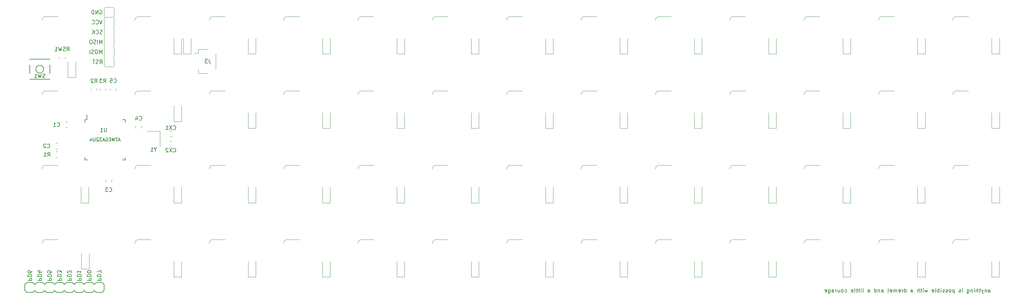
<source format=gbr>
%TF.GenerationSoftware,KiCad,Pcbnew,7.0.1-0*%
%TF.CreationDate,2023-08-02T22:10:15-05:00*%
%TF.ProjectId,pcb,7063622e-6b69-4636-9164-5f7063625858,rev?*%
%TF.SameCoordinates,Original*%
%TF.FileFunction,Legend,Bot*%
%TF.FilePolarity,Positive*%
%FSLAX46Y46*%
G04 Gerber Fmt 4.6, Leading zero omitted, Abs format (unit mm)*
G04 Created by KiCad (PCBNEW 7.0.1-0) date 2023-08-02 22:10:15*
%MOMM*%
%LPD*%
G01*
G04 APERTURE LIST*
%ADD10C,0.150000*%
%ADD11C,0.120000*%
G04 APERTURE END LIST*
D10*
X275864289Y-94837619D02*
X275864289Y-94313809D01*
X275864289Y-94313809D02*
X275911908Y-94218571D01*
X275911908Y-94218571D02*
X276007146Y-94170952D01*
X276007146Y-94170952D02*
X276197622Y-94170952D01*
X276197622Y-94170952D02*
X276292860Y-94218571D01*
X275864289Y-94790000D02*
X275959527Y-94837619D01*
X275959527Y-94837619D02*
X276197622Y-94837619D01*
X276197622Y-94837619D02*
X276292860Y-94790000D01*
X276292860Y-94790000D02*
X276340479Y-94694761D01*
X276340479Y-94694761D02*
X276340479Y-94599523D01*
X276340479Y-94599523D02*
X276292860Y-94504285D01*
X276292860Y-94504285D02*
X276197622Y-94456666D01*
X276197622Y-94456666D02*
X275959527Y-94456666D01*
X275959527Y-94456666D02*
X275864289Y-94409047D01*
X275388098Y-94170952D02*
X275388098Y-94837619D01*
X275388098Y-94266190D02*
X275340479Y-94218571D01*
X275340479Y-94218571D02*
X275245241Y-94170952D01*
X275245241Y-94170952D02*
X275102384Y-94170952D01*
X275102384Y-94170952D02*
X275007146Y-94218571D01*
X275007146Y-94218571D02*
X274959527Y-94313809D01*
X274959527Y-94313809D02*
X274959527Y-94837619D01*
X274578574Y-94170952D02*
X274340479Y-94837619D01*
X274102384Y-94170952D02*
X274340479Y-94837619D01*
X274340479Y-94837619D02*
X274435717Y-95075714D01*
X274435717Y-95075714D02*
X274483336Y-95123333D01*
X274483336Y-95123333D02*
X274578574Y-95170952D01*
X273864288Y-94170952D02*
X273483336Y-94170952D01*
X273721431Y-93837619D02*
X273721431Y-94694761D01*
X273721431Y-94694761D02*
X273673812Y-94790000D01*
X273673812Y-94790000D02*
X273578574Y-94837619D01*
X273578574Y-94837619D02*
X273483336Y-94837619D01*
X273150002Y-94837619D02*
X273150002Y-93837619D01*
X272721431Y-94837619D02*
X272721431Y-94313809D01*
X272721431Y-94313809D02*
X272769050Y-94218571D01*
X272769050Y-94218571D02*
X272864288Y-94170952D01*
X272864288Y-94170952D02*
X273007145Y-94170952D01*
X273007145Y-94170952D02*
X273102383Y-94218571D01*
X273102383Y-94218571D02*
X273150002Y-94266190D01*
X272245240Y-94837619D02*
X272245240Y-94170952D01*
X272245240Y-93837619D02*
X272292859Y-93885238D01*
X272292859Y-93885238D02*
X272245240Y-93932857D01*
X272245240Y-93932857D02*
X272197621Y-93885238D01*
X272197621Y-93885238D02*
X272245240Y-93837619D01*
X272245240Y-93837619D02*
X272245240Y-93932857D01*
X271769050Y-94170952D02*
X271769050Y-94837619D01*
X271769050Y-94266190D02*
X271721431Y-94218571D01*
X271721431Y-94218571D02*
X271626193Y-94170952D01*
X271626193Y-94170952D02*
X271483336Y-94170952D01*
X271483336Y-94170952D02*
X271388098Y-94218571D01*
X271388098Y-94218571D02*
X271340479Y-94313809D01*
X271340479Y-94313809D02*
X271340479Y-94837619D01*
X270435717Y-94170952D02*
X270435717Y-94980476D01*
X270435717Y-94980476D02*
X270483336Y-95075714D01*
X270483336Y-95075714D02*
X270530955Y-95123333D01*
X270530955Y-95123333D02*
X270626193Y-95170952D01*
X270626193Y-95170952D02*
X270769050Y-95170952D01*
X270769050Y-95170952D02*
X270864288Y-95123333D01*
X270435717Y-94790000D02*
X270530955Y-94837619D01*
X270530955Y-94837619D02*
X270721431Y-94837619D01*
X270721431Y-94837619D02*
X270816669Y-94790000D01*
X270816669Y-94790000D02*
X270864288Y-94742380D01*
X270864288Y-94742380D02*
X270911907Y-94647142D01*
X270911907Y-94647142D02*
X270911907Y-94361428D01*
X270911907Y-94361428D02*
X270864288Y-94266190D01*
X270864288Y-94266190D02*
X270816669Y-94218571D01*
X270816669Y-94218571D02*
X270721431Y-94170952D01*
X270721431Y-94170952D02*
X270530955Y-94170952D01*
X270530955Y-94170952D02*
X270435717Y-94218571D01*
X269197621Y-94837619D02*
X269197621Y-94170952D01*
X269197621Y-93837619D02*
X269245240Y-93885238D01*
X269245240Y-93885238D02*
X269197621Y-93932857D01*
X269197621Y-93932857D02*
X269150002Y-93885238D01*
X269150002Y-93885238D02*
X269197621Y-93837619D01*
X269197621Y-93837619D02*
X269197621Y-93932857D01*
X268769050Y-94790000D02*
X268673812Y-94837619D01*
X268673812Y-94837619D02*
X268483336Y-94837619D01*
X268483336Y-94837619D02*
X268388098Y-94790000D01*
X268388098Y-94790000D02*
X268340479Y-94694761D01*
X268340479Y-94694761D02*
X268340479Y-94647142D01*
X268340479Y-94647142D02*
X268388098Y-94551904D01*
X268388098Y-94551904D02*
X268483336Y-94504285D01*
X268483336Y-94504285D02*
X268626193Y-94504285D01*
X268626193Y-94504285D02*
X268721431Y-94456666D01*
X268721431Y-94456666D02*
X268769050Y-94361428D01*
X268769050Y-94361428D02*
X268769050Y-94313809D01*
X268769050Y-94313809D02*
X268721431Y-94218571D01*
X268721431Y-94218571D02*
X268626193Y-94170952D01*
X268626193Y-94170952D02*
X268483336Y-94170952D01*
X268483336Y-94170952D02*
X268388098Y-94218571D01*
X267150002Y-94170952D02*
X267150002Y-95170952D01*
X267150002Y-94218571D02*
X267054764Y-94170952D01*
X267054764Y-94170952D02*
X266864288Y-94170952D01*
X266864288Y-94170952D02*
X266769050Y-94218571D01*
X266769050Y-94218571D02*
X266721431Y-94266190D01*
X266721431Y-94266190D02*
X266673812Y-94361428D01*
X266673812Y-94361428D02*
X266673812Y-94647142D01*
X266673812Y-94647142D02*
X266721431Y-94742380D01*
X266721431Y-94742380D02*
X266769050Y-94790000D01*
X266769050Y-94790000D02*
X266864288Y-94837619D01*
X266864288Y-94837619D02*
X267054764Y-94837619D01*
X267054764Y-94837619D02*
X267150002Y-94790000D01*
X266102383Y-94837619D02*
X266197621Y-94790000D01*
X266197621Y-94790000D02*
X266245240Y-94742380D01*
X266245240Y-94742380D02*
X266292859Y-94647142D01*
X266292859Y-94647142D02*
X266292859Y-94361428D01*
X266292859Y-94361428D02*
X266245240Y-94266190D01*
X266245240Y-94266190D02*
X266197621Y-94218571D01*
X266197621Y-94218571D02*
X266102383Y-94170952D01*
X266102383Y-94170952D02*
X265959526Y-94170952D01*
X265959526Y-94170952D02*
X265864288Y-94218571D01*
X265864288Y-94218571D02*
X265816669Y-94266190D01*
X265816669Y-94266190D02*
X265769050Y-94361428D01*
X265769050Y-94361428D02*
X265769050Y-94647142D01*
X265769050Y-94647142D02*
X265816669Y-94742380D01*
X265816669Y-94742380D02*
X265864288Y-94790000D01*
X265864288Y-94790000D02*
X265959526Y-94837619D01*
X265959526Y-94837619D02*
X266102383Y-94837619D01*
X265388097Y-94790000D02*
X265292859Y-94837619D01*
X265292859Y-94837619D02*
X265102383Y-94837619D01*
X265102383Y-94837619D02*
X265007145Y-94790000D01*
X265007145Y-94790000D02*
X264959526Y-94694761D01*
X264959526Y-94694761D02*
X264959526Y-94647142D01*
X264959526Y-94647142D02*
X265007145Y-94551904D01*
X265007145Y-94551904D02*
X265102383Y-94504285D01*
X265102383Y-94504285D02*
X265245240Y-94504285D01*
X265245240Y-94504285D02*
X265340478Y-94456666D01*
X265340478Y-94456666D02*
X265388097Y-94361428D01*
X265388097Y-94361428D02*
X265388097Y-94313809D01*
X265388097Y-94313809D02*
X265340478Y-94218571D01*
X265340478Y-94218571D02*
X265245240Y-94170952D01*
X265245240Y-94170952D02*
X265102383Y-94170952D01*
X265102383Y-94170952D02*
X265007145Y-94218571D01*
X264578573Y-94790000D02*
X264483335Y-94837619D01*
X264483335Y-94837619D02*
X264292859Y-94837619D01*
X264292859Y-94837619D02*
X264197621Y-94790000D01*
X264197621Y-94790000D02*
X264150002Y-94694761D01*
X264150002Y-94694761D02*
X264150002Y-94647142D01*
X264150002Y-94647142D02*
X264197621Y-94551904D01*
X264197621Y-94551904D02*
X264292859Y-94504285D01*
X264292859Y-94504285D02*
X264435716Y-94504285D01*
X264435716Y-94504285D02*
X264530954Y-94456666D01*
X264530954Y-94456666D02*
X264578573Y-94361428D01*
X264578573Y-94361428D02*
X264578573Y-94313809D01*
X264578573Y-94313809D02*
X264530954Y-94218571D01*
X264530954Y-94218571D02*
X264435716Y-94170952D01*
X264435716Y-94170952D02*
X264292859Y-94170952D01*
X264292859Y-94170952D02*
X264197621Y-94218571D01*
X263721430Y-94837619D02*
X263721430Y-94170952D01*
X263721430Y-93837619D02*
X263769049Y-93885238D01*
X263769049Y-93885238D02*
X263721430Y-93932857D01*
X263721430Y-93932857D02*
X263673811Y-93885238D01*
X263673811Y-93885238D02*
X263721430Y-93837619D01*
X263721430Y-93837619D02*
X263721430Y-93932857D01*
X263245240Y-94837619D02*
X263245240Y-93837619D01*
X263245240Y-94218571D02*
X263150002Y-94170952D01*
X263150002Y-94170952D02*
X262959526Y-94170952D01*
X262959526Y-94170952D02*
X262864288Y-94218571D01*
X262864288Y-94218571D02*
X262816669Y-94266190D01*
X262816669Y-94266190D02*
X262769050Y-94361428D01*
X262769050Y-94361428D02*
X262769050Y-94647142D01*
X262769050Y-94647142D02*
X262816669Y-94742380D01*
X262816669Y-94742380D02*
X262864288Y-94790000D01*
X262864288Y-94790000D02*
X262959526Y-94837619D01*
X262959526Y-94837619D02*
X263150002Y-94837619D01*
X263150002Y-94837619D02*
X263245240Y-94790000D01*
X262197621Y-94837619D02*
X262292859Y-94790000D01*
X262292859Y-94790000D02*
X262340478Y-94694761D01*
X262340478Y-94694761D02*
X262340478Y-93837619D01*
X261435716Y-94790000D02*
X261530954Y-94837619D01*
X261530954Y-94837619D02*
X261721430Y-94837619D01*
X261721430Y-94837619D02*
X261816668Y-94790000D01*
X261816668Y-94790000D02*
X261864287Y-94694761D01*
X261864287Y-94694761D02*
X261864287Y-94313809D01*
X261864287Y-94313809D02*
X261816668Y-94218571D01*
X261816668Y-94218571D02*
X261721430Y-94170952D01*
X261721430Y-94170952D02*
X261530954Y-94170952D01*
X261530954Y-94170952D02*
X261435716Y-94218571D01*
X261435716Y-94218571D02*
X261388097Y-94313809D01*
X261388097Y-94313809D02*
X261388097Y-94409047D01*
X261388097Y-94409047D02*
X261864287Y-94504285D01*
X260292858Y-94170952D02*
X260102382Y-94837619D01*
X260102382Y-94837619D02*
X259911906Y-94361428D01*
X259911906Y-94361428D02*
X259721430Y-94837619D01*
X259721430Y-94837619D02*
X259530954Y-94170952D01*
X259150001Y-94837619D02*
X259150001Y-94170952D01*
X259150001Y-93837619D02*
X259197620Y-93885238D01*
X259197620Y-93885238D02*
X259150001Y-93932857D01*
X259150001Y-93932857D02*
X259102382Y-93885238D01*
X259102382Y-93885238D02*
X259150001Y-93837619D01*
X259150001Y-93837619D02*
X259150001Y-93932857D01*
X258816668Y-94170952D02*
X258435716Y-94170952D01*
X258673811Y-93837619D02*
X258673811Y-94694761D01*
X258673811Y-94694761D02*
X258626192Y-94790000D01*
X258626192Y-94790000D02*
X258530954Y-94837619D01*
X258530954Y-94837619D02*
X258435716Y-94837619D01*
X258102382Y-94837619D02*
X258102382Y-93837619D01*
X257673811Y-94837619D02*
X257673811Y-94313809D01*
X257673811Y-94313809D02*
X257721430Y-94218571D01*
X257721430Y-94218571D02*
X257816668Y-94170952D01*
X257816668Y-94170952D02*
X257959525Y-94170952D01*
X257959525Y-94170952D02*
X258054763Y-94218571D01*
X258054763Y-94218571D02*
X258102382Y-94266190D01*
X256007144Y-94837619D02*
X256007144Y-94313809D01*
X256007144Y-94313809D02*
X256054763Y-94218571D01*
X256054763Y-94218571D02*
X256150001Y-94170952D01*
X256150001Y-94170952D02*
X256340477Y-94170952D01*
X256340477Y-94170952D02*
X256435715Y-94218571D01*
X256007144Y-94790000D02*
X256102382Y-94837619D01*
X256102382Y-94837619D02*
X256340477Y-94837619D01*
X256340477Y-94837619D02*
X256435715Y-94790000D01*
X256435715Y-94790000D02*
X256483334Y-94694761D01*
X256483334Y-94694761D02*
X256483334Y-94599523D01*
X256483334Y-94599523D02*
X256435715Y-94504285D01*
X256435715Y-94504285D02*
X256340477Y-94456666D01*
X256340477Y-94456666D02*
X256102382Y-94456666D01*
X256102382Y-94456666D02*
X256007144Y-94409047D01*
X254340477Y-94837619D02*
X254340477Y-93837619D01*
X254340477Y-94790000D02*
X254435715Y-94837619D01*
X254435715Y-94837619D02*
X254626191Y-94837619D01*
X254626191Y-94837619D02*
X254721429Y-94790000D01*
X254721429Y-94790000D02*
X254769048Y-94742380D01*
X254769048Y-94742380D02*
X254816667Y-94647142D01*
X254816667Y-94647142D02*
X254816667Y-94361428D01*
X254816667Y-94361428D02*
X254769048Y-94266190D01*
X254769048Y-94266190D02*
X254721429Y-94218571D01*
X254721429Y-94218571D02*
X254626191Y-94170952D01*
X254626191Y-94170952D02*
X254435715Y-94170952D01*
X254435715Y-94170952D02*
X254340477Y-94218571D01*
X253864286Y-94837619D02*
X253864286Y-94170952D01*
X253864286Y-94361428D02*
X253816667Y-94266190D01*
X253816667Y-94266190D02*
X253769048Y-94218571D01*
X253769048Y-94218571D02*
X253673810Y-94170952D01*
X253673810Y-94170952D02*
X253578572Y-94170952D01*
X252864286Y-94790000D02*
X252959524Y-94837619D01*
X252959524Y-94837619D02*
X253150000Y-94837619D01*
X253150000Y-94837619D02*
X253245238Y-94790000D01*
X253245238Y-94790000D02*
X253292857Y-94694761D01*
X253292857Y-94694761D02*
X253292857Y-94313809D01*
X253292857Y-94313809D02*
X253245238Y-94218571D01*
X253245238Y-94218571D02*
X253150000Y-94170952D01*
X253150000Y-94170952D02*
X252959524Y-94170952D01*
X252959524Y-94170952D02*
X252864286Y-94218571D01*
X252864286Y-94218571D02*
X252816667Y-94313809D01*
X252816667Y-94313809D02*
X252816667Y-94409047D01*
X252816667Y-94409047D02*
X253292857Y-94504285D01*
X252388095Y-94837619D02*
X252388095Y-94170952D01*
X252388095Y-94266190D02*
X252340476Y-94218571D01*
X252340476Y-94218571D02*
X252245238Y-94170952D01*
X252245238Y-94170952D02*
X252102381Y-94170952D01*
X252102381Y-94170952D02*
X252007143Y-94218571D01*
X252007143Y-94218571D02*
X251959524Y-94313809D01*
X251959524Y-94313809D02*
X251959524Y-94837619D01*
X251959524Y-94313809D02*
X251911905Y-94218571D01*
X251911905Y-94218571D02*
X251816667Y-94170952D01*
X251816667Y-94170952D02*
X251673810Y-94170952D01*
X251673810Y-94170952D02*
X251578571Y-94218571D01*
X251578571Y-94218571D02*
X251530952Y-94313809D01*
X251530952Y-94313809D02*
X251530952Y-94837619D01*
X250673810Y-94790000D02*
X250769048Y-94837619D01*
X250769048Y-94837619D02*
X250959524Y-94837619D01*
X250959524Y-94837619D02*
X251054762Y-94790000D01*
X251054762Y-94790000D02*
X251102381Y-94694761D01*
X251102381Y-94694761D02*
X251102381Y-94313809D01*
X251102381Y-94313809D02*
X251054762Y-94218571D01*
X251054762Y-94218571D02*
X250959524Y-94170952D01*
X250959524Y-94170952D02*
X250769048Y-94170952D01*
X250769048Y-94170952D02*
X250673810Y-94218571D01*
X250673810Y-94218571D02*
X250626191Y-94313809D01*
X250626191Y-94313809D02*
X250626191Y-94409047D01*
X250626191Y-94409047D02*
X251102381Y-94504285D01*
X250054762Y-94837619D02*
X250150000Y-94790000D01*
X250150000Y-94790000D02*
X250197619Y-94694761D01*
X250197619Y-94694761D02*
X250197619Y-93837619D01*
X248483333Y-94837619D02*
X248483333Y-94313809D01*
X248483333Y-94313809D02*
X248530952Y-94218571D01*
X248530952Y-94218571D02*
X248626190Y-94170952D01*
X248626190Y-94170952D02*
X248816666Y-94170952D01*
X248816666Y-94170952D02*
X248911904Y-94218571D01*
X248483333Y-94790000D02*
X248578571Y-94837619D01*
X248578571Y-94837619D02*
X248816666Y-94837619D01*
X248816666Y-94837619D02*
X248911904Y-94790000D01*
X248911904Y-94790000D02*
X248959523Y-94694761D01*
X248959523Y-94694761D02*
X248959523Y-94599523D01*
X248959523Y-94599523D02*
X248911904Y-94504285D01*
X248911904Y-94504285D02*
X248816666Y-94456666D01*
X248816666Y-94456666D02*
X248578571Y-94456666D01*
X248578571Y-94456666D02*
X248483333Y-94409047D01*
X248007142Y-94170952D02*
X248007142Y-94837619D01*
X248007142Y-94266190D02*
X247959523Y-94218571D01*
X247959523Y-94218571D02*
X247864285Y-94170952D01*
X247864285Y-94170952D02*
X247721428Y-94170952D01*
X247721428Y-94170952D02*
X247626190Y-94218571D01*
X247626190Y-94218571D02*
X247578571Y-94313809D01*
X247578571Y-94313809D02*
X247578571Y-94837619D01*
X246673809Y-94837619D02*
X246673809Y-93837619D01*
X246673809Y-94790000D02*
X246769047Y-94837619D01*
X246769047Y-94837619D02*
X246959523Y-94837619D01*
X246959523Y-94837619D02*
X247054761Y-94790000D01*
X247054761Y-94790000D02*
X247102380Y-94742380D01*
X247102380Y-94742380D02*
X247149999Y-94647142D01*
X247149999Y-94647142D02*
X247149999Y-94361428D01*
X247149999Y-94361428D02*
X247102380Y-94266190D01*
X247102380Y-94266190D02*
X247054761Y-94218571D01*
X247054761Y-94218571D02*
X246959523Y-94170952D01*
X246959523Y-94170952D02*
X246769047Y-94170952D01*
X246769047Y-94170952D02*
X246673809Y-94218571D01*
X245007142Y-94837619D02*
X245007142Y-94313809D01*
X245007142Y-94313809D02*
X245054761Y-94218571D01*
X245054761Y-94218571D02*
X245149999Y-94170952D01*
X245149999Y-94170952D02*
X245340475Y-94170952D01*
X245340475Y-94170952D02*
X245435713Y-94218571D01*
X245007142Y-94790000D02*
X245102380Y-94837619D01*
X245102380Y-94837619D02*
X245340475Y-94837619D01*
X245340475Y-94837619D02*
X245435713Y-94790000D01*
X245435713Y-94790000D02*
X245483332Y-94694761D01*
X245483332Y-94694761D02*
X245483332Y-94599523D01*
X245483332Y-94599523D02*
X245435713Y-94504285D01*
X245435713Y-94504285D02*
X245340475Y-94456666D01*
X245340475Y-94456666D02*
X245102380Y-94456666D01*
X245102380Y-94456666D02*
X245007142Y-94409047D01*
X243626189Y-94837619D02*
X243721427Y-94790000D01*
X243721427Y-94790000D02*
X243769046Y-94694761D01*
X243769046Y-94694761D02*
X243769046Y-93837619D01*
X243245236Y-94837619D02*
X243245236Y-94170952D01*
X243245236Y-93837619D02*
X243292855Y-93885238D01*
X243292855Y-93885238D02*
X243245236Y-93932857D01*
X243245236Y-93932857D02*
X243197617Y-93885238D01*
X243197617Y-93885238D02*
X243245236Y-93837619D01*
X243245236Y-93837619D02*
X243245236Y-93932857D01*
X242911903Y-94170952D02*
X242530951Y-94170952D01*
X242769046Y-93837619D02*
X242769046Y-94694761D01*
X242769046Y-94694761D02*
X242721427Y-94790000D01*
X242721427Y-94790000D02*
X242626189Y-94837619D01*
X242626189Y-94837619D02*
X242530951Y-94837619D01*
X242340474Y-94170952D02*
X241959522Y-94170952D01*
X242197617Y-93837619D02*
X242197617Y-94694761D01*
X242197617Y-94694761D02*
X242149998Y-94790000D01*
X242149998Y-94790000D02*
X242054760Y-94837619D01*
X242054760Y-94837619D02*
X241959522Y-94837619D01*
X241483331Y-94837619D02*
X241578569Y-94790000D01*
X241578569Y-94790000D02*
X241626188Y-94694761D01*
X241626188Y-94694761D02*
X241626188Y-93837619D01*
X240721426Y-94790000D02*
X240816664Y-94837619D01*
X240816664Y-94837619D02*
X241007140Y-94837619D01*
X241007140Y-94837619D02*
X241102378Y-94790000D01*
X241102378Y-94790000D02*
X241149997Y-94694761D01*
X241149997Y-94694761D02*
X241149997Y-94313809D01*
X241149997Y-94313809D02*
X241102378Y-94218571D01*
X241102378Y-94218571D02*
X241007140Y-94170952D01*
X241007140Y-94170952D02*
X240816664Y-94170952D01*
X240816664Y-94170952D02*
X240721426Y-94218571D01*
X240721426Y-94218571D02*
X240673807Y-94313809D01*
X240673807Y-94313809D02*
X240673807Y-94409047D01*
X240673807Y-94409047D02*
X241149997Y-94504285D01*
X239054759Y-94790000D02*
X239149997Y-94837619D01*
X239149997Y-94837619D02*
X239340473Y-94837619D01*
X239340473Y-94837619D02*
X239435711Y-94790000D01*
X239435711Y-94790000D02*
X239483330Y-94742380D01*
X239483330Y-94742380D02*
X239530949Y-94647142D01*
X239530949Y-94647142D02*
X239530949Y-94361428D01*
X239530949Y-94361428D02*
X239483330Y-94266190D01*
X239483330Y-94266190D02*
X239435711Y-94218571D01*
X239435711Y-94218571D02*
X239340473Y-94170952D01*
X239340473Y-94170952D02*
X239149997Y-94170952D01*
X239149997Y-94170952D02*
X239054759Y-94218571D01*
X238483330Y-94837619D02*
X238578568Y-94790000D01*
X238578568Y-94790000D02*
X238626187Y-94742380D01*
X238626187Y-94742380D02*
X238673806Y-94647142D01*
X238673806Y-94647142D02*
X238673806Y-94361428D01*
X238673806Y-94361428D02*
X238626187Y-94266190D01*
X238626187Y-94266190D02*
X238578568Y-94218571D01*
X238578568Y-94218571D02*
X238483330Y-94170952D01*
X238483330Y-94170952D02*
X238340473Y-94170952D01*
X238340473Y-94170952D02*
X238245235Y-94218571D01*
X238245235Y-94218571D02*
X238197616Y-94266190D01*
X238197616Y-94266190D02*
X238149997Y-94361428D01*
X238149997Y-94361428D02*
X238149997Y-94647142D01*
X238149997Y-94647142D02*
X238197616Y-94742380D01*
X238197616Y-94742380D02*
X238245235Y-94790000D01*
X238245235Y-94790000D02*
X238340473Y-94837619D01*
X238340473Y-94837619D02*
X238483330Y-94837619D01*
X237292854Y-94170952D02*
X237292854Y-94837619D01*
X237721425Y-94170952D02*
X237721425Y-94694761D01*
X237721425Y-94694761D02*
X237673806Y-94790000D01*
X237673806Y-94790000D02*
X237578568Y-94837619D01*
X237578568Y-94837619D02*
X237435711Y-94837619D01*
X237435711Y-94837619D02*
X237340473Y-94790000D01*
X237340473Y-94790000D02*
X237292854Y-94742380D01*
X236816663Y-94837619D02*
X236816663Y-94170952D01*
X236816663Y-94361428D02*
X236769044Y-94266190D01*
X236769044Y-94266190D02*
X236721425Y-94218571D01*
X236721425Y-94218571D02*
X236626187Y-94170952D01*
X236626187Y-94170952D02*
X236530949Y-94170952D01*
X235769044Y-94837619D02*
X235769044Y-94313809D01*
X235769044Y-94313809D02*
X235816663Y-94218571D01*
X235816663Y-94218571D02*
X235911901Y-94170952D01*
X235911901Y-94170952D02*
X236102377Y-94170952D01*
X236102377Y-94170952D02*
X236197615Y-94218571D01*
X235769044Y-94790000D02*
X235864282Y-94837619D01*
X235864282Y-94837619D02*
X236102377Y-94837619D01*
X236102377Y-94837619D02*
X236197615Y-94790000D01*
X236197615Y-94790000D02*
X236245234Y-94694761D01*
X236245234Y-94694761D02*
X236245234Y-94599523D01*
X236245234Y-94599523D02*
X236197615Y-94504285D01*
X236197615Y-94504285D02*
X236102377Y-94456666D01*
X236102377Y-94456666D02*
X235864282Y-94456666D01*
X235864282Y-94456666D02*
X235769044Y-94409047D01*
X234864282Y-94170952D02*
X234864282Y-94980476D01*
X234864282Y-94980476D02*
X234911901Y-95075714D01*
X234911901Y-95075714D02*
X234959520Y-95123333D01*
X234959520Y-95123333D02*
X235054758Y-95170952D01*
X235054758Y-95170952D02*
X235197615Y-95170952D01*
X235197615Y-95170952D02*
X235292853Y-95123333D01*
X234864282Y-94790000D02*
X234959520Y-94837619D01*
X234959520Y-94837619D02*
X235149996Y-94837619D01*
X235149996Y-94837619D02*
X235245234Y-94790000D01*
X235245234Y-94790000D02*
X235292853Y-94742380D01*
X235292853Y-94742380D02*
X235340472Y-94647142D01*
X235340472Y-94647142D02*
X235340472Y-94361428D01*
X235340472Y-94361428D02*
X235292853Y-94266190D01*
X235292853Y-94266190D02*
X235245234Y-94218571D01*
X235245234Y-94218571D02*
X235149996Y-94170952D01*
X235149996Y-94170952D02*
X234959520Y-94170952D01*
X234959520Y-94170952D02*
X234864282Y-94218571D01*
X234007139Y-94790000D02*
X234102377Y-94837619D01*
X234102377Y-94837619D02*
X234292853Y-94837619D01*
X234292853Y-94837619D02*
X234388091Y-94790000D01*
X234388091Y-94790000D02*
X234435710Y-94694761D01*
X234435710Y-94694761D02*
X234435710Y-94313809D01*
X234435710Y-94313809D02*
X234388091Y-94218571D01*
X234388091Y-94218571D02*
X234292853Y-94170952D01*
X234292853Y-94170952D02*
X234102377Y-94170952D01*
X234102377Y-94170952D02*
X234007139Y-94218571D01*
X234007139Y-94218571D02*
X233959520Y-94313809D01*
X233959520Y-94313809D02*
X233959520Y-94409047D01*
X233959520Y-94409047D02*
X234435710Y-94504285D01*
%TO.C,C4*%
X58291666Y-50642380D02*
X58339285Y-50690000D01*
X58339285Y-50690000D02*
X58482142Y-50737619D01*
X58482142Y-50737619D02*
X58577380Y-50737619D01*
X58577380Y-50737619D02*
X58720237Y-50690000D01*
X58720237Y-50690000D02*
X58815475Y-50594761D01*
X58815475Y-50594761D02*
X58863094Y-50499523D01*
X58863094Y-50499523D02*
X58910713Y-50309047D01*
X58910713Y-50309047D02*
X58910713Y-50166190D01*
X58910713Y-50166190D02*
X58863094Y-49975714D01*
X58863094Y-49975714D02*
X58815475Y-49880476D01*
X58815475Y-49880476D02*
X58720237Y-49785238D01*
X58720237Y-49785238D02*
X58577380Y-49737619D01*
X58577380Y-49737619D02*
X58482142Y-49737619D01*
X58482142Y-49737619D02*
X58339285Y-49785238D01*
X58339285Y-49785238D02*
X58291666Y-49832857D01*
X57434523Y-50070952D02*
X57434523Y-50737619D01*
X57672618Y-49690000D02*
X57910713Y-50404285D01*
X57910713Y-50404285D02*
X57291666Y-50404285D01*
%TO.C,RSW1*%
X39739285Y-32987619D02*
X40072618Y-32511428D01*
X40310713Y-32987619D02*
X40310713Y-31987619D01*
X40310713Y-31987619D02*
X39929761Y-31987619D01*
X39929761Y-31987619D02*
X39834523Y-32035238D01*
X39834523Y-32035238D02*
X39786904Y-32082857D01*
X39786904Y-32082857D02*
X39739285Y-32178095D01*
X39739285Y-32178095D02*
X39739285Y-32320952D01*
X39739285Y-32320952D02*
X39786904Y-32416190D01*
X39786904Y-32416190D02*
X39834523Y-32463809D01*
X39834523Y-32463809D02*
X39929761Y-32511428D01*
X39929761Y-32511428D02*
X40310713Y-32511428D01*
X39358332Y-32940000D02*
X39215475Y-32987619D01*
X39215475Y-32987619D02*
X38977380Y-32987619D01*
X38977380Y-32987619D02*
X38882142Y-32940000D01*
X38882142Y-32940000D02*
X38834523Y-32892380D01*
X38834523Y-32892380D02*
X38786904Y-32797142D01*
X38786904Y-32797142D02*
X38786904Y-32701904D01*
X38786904Y-32701904D02*
X38834523Y-32606666D01*
X38834523Y-32606666D02*
X38882142Y-32559047D01*
X38882142Y-32559047D02*
X38977380Y-32511428D01*
X38977380Y-32511428D02*
X39167856Y-32463809D01*
X39167856Y-32463809D02*
X39263094Y-32416190D01*
X39263094Y-32416190D02*
X39310713Y-32368571D01*
X39310713Y-32368571D02*
X39358332Y-32273333D01*
X39358332Y-32273333D02*
X39358332Y-32178095D01*
X39358332Y-32178095D02*
X39310713Y-32082857D01*
X39310713Y-32082857D02*
X39263094Y-32035238D01*
X39263094Y-32035238D02*
X39167856Y-31987619D01*
X39167856Y-31987619D02*
X38929761Y-31987619D01*
X38929761Y-31987619D02*
X38786904Y-32035238D01*
X38453570Y-31987619D02*
X38215475Y-32987619D01*
X38215475Y-32987619D02*
X38024999Y-32273333D01*
X38024999Y-32273333D02*
X37834523Y-32987619D01*
X37834523Y-32987619D02*
X37596428Y-31987619D01*
X36691666Y-32987619D02*
X37263094Y-32987619D01*
X36977380Y-32987619D02*
X36977380Y-31987619D01*
X36977380Y-31987619D02*
X37072618Y-32130476D01*
X37072618Y-32130476D02*
X37167856Y-32225714D01*
X37167856Y-32225714D02*
X37263094Y-32273333D01*
%TO.C,R3*%
X49131666Y-41150119D02*
X49464999Y-40673928D01*
X49703094Y-41150119D02*
X49703094Y-40150119D01*
X49703094Y-40150119D02*
X49322142Y-40150119D01*
X49322142Y-40150119D02*
X49226904Y-40197738D01*
X49226904Y-40197738D02*
X49179285Y-40245357D01*
X49179285Y-40245357D02*
X49131666Y-40340595D01*
X49131666Y-40340595D02*
X49131666Y-40483452D01*
X49131666Y-40483452D02*
X49179285Y-40578690D01*
X49179285Y-40578690D02*
X49226904Y-40626309D01*
X49226904Y-40626309D02*
X49322142Y-40673928D01*
X49322142Y-40673928D02*
X49703094Y-40673928D01*
X48798332Y-40150119D02*
X48179285Y-40150119D01*
X48179285Y-40150119D02*
X48512618Y-40531071D01*
X48512618Y-40531071D02*
X48369761Y-40531071D01*
X48369761Y-40531071D02*
X48274523Y-40578690D01*
X48274523Y-40578690D02*
X48226904Y-40626309D01*
X48226904Y-40626309D02*
X48179285Y-40721547D01*
X48179285Y-40721547D02*
X48179285Y-40959642D01*
X48179285Y-40959642D02*
X48226904Y-41054880D01*
X48226904Y-41054880D02*
X48274523Y-41102500D01*
X48274523Y-41102500D02*
X48369761Y-41150119D01*
X48369761Y-41150119D02*
X48655475Y-41150119D01*
X48655475Y-41150119D02*
X48750713Y-41102500D01*
X48750713Y-41102500D02*
X48798332Y-41054880D01*
%TO.C,CX1*%
X66992857Y-53067380D02*
X67040476Y-53115000D01*
X67040476Y-53115000D02*
X67183333Y-53162619D01*
X67183333Y-53162619D02*
X67278571Y-53162619D01*
X67278571Y-53162619D02*
X67421428Y-53115000D01*
X67421428Y-53115000D02*
X67516666Y-53019761D01*
X67516666Y-53019761D02*
X67564285Y-52924523D01*
X67564285Y-52924523D02*
X67611904Y-52734047D01*
X67611904Y-52734047D02*
X67611904Y-52591190D01*
X67611904Y-52591190D02*
X67564285Y-52400714D01*
X67564285Y-52400714D02*
X67516666Y-52305476D01*
X67516666Y-52305476D02*
X67421428Y-52210238D01*
X67421428Y-52210238D02*
X67278571Y-52162619D01*
X67278571Y-52162619D02*
X67183333Y-52162619D01*
X67183333Y-52162619D02*
X67040476Y-52210238D01*
X67040476Y-52210238D02*
X66992857Y-52257857D01*
X66659523Y-52162619D02*
X65992857Y-53162619D01*
X65992857Y-52162619D02*
X66659523Y-53162619D01*
X65088095Y-53162619D02*
X65659523Y-53162619D01*
X65373809Y-53162619D02*
X65373809Y-52162619D01*
X65373809Y-52162619D02*
X65469047Y-52305476D01*
X65469047Y-52305476D02*
X65564285Y-52400714D01*
X65564285Y-52400714D02*
X65659523Y-52448333D01*
%TO.C,R2*%
X46841666Y-41147619D02*
X47174999Y-40671428D01*
X47413094Y-41147619D02*
X47413094Y-40147619D01*
X47413094Y-40147619D02*
X47032142Y-40147619D01*
X47032142Y-40147619D02*
X46936904Y-40195238D01*
X46936904Y-40195238D02*
X46889285Y-40242857D01*
X46889285Y-40242857D02*
X46841666Y-40338095D01*
X46841666Y-40338095D02*
X46841666Y-40480952D01*
X46841666Y-40480952D02*
X46889285Y-40576190D01*
X46889285Y-40576190D02*
X46936904Y-40623809D01*
X46936904Y-40623809D02*
X47032142Y-40671428D01*
X47032142Y-40671428D02*
X47413094Y-40671428D01*
X46460713Y-40242857D02*
X46413094Y-40195238D01*
X46413094Y-40195238D02*
X46317856Y-40147619D01*
X46317856Y-40147619D02*
X46079761Y-40147619D01*
X46079761Y-40147619D02*
X45984523Y-40195238D01*
X45984523Y-40195238D02*
X45936904Y-40242857D01*
X45936904Y-40242857D02*
X45889285Y-40338095D01*
X45889285Y-40338095D02*
X45889285Y-40433333D01*
X45889285Y-40433333D02*
X45936904Y-40576190D01*
X45936904Y-40576190D02*
X46508332Y-41147619D01*
X46508332Y-41147619D02*
X45889285Y-41147619D01*
%TO.C,C1*%
X37225832Y-52292380D02*
X37273451Y-52340000D01*
X37273451Y-52340000D02*
X37416308Y-52387619D01*
X37416308Y-52387619D02*
X37511546Y-52387619D01*
X37511546Y-52387619D02*
X37654403Y-52340000D01*
X37654403Y-52340000D02*
X37749641Y-52244761D01*
X37749641Y-52244761D02*
X37797260Y-52149523D01*
X37797260Y-52149523D02*
X37844879Y-51959047D01*
X37844879Y-51959047D02*
X37844879Y-51816190D01*
X37844879Y-51816190D02*
X37797260Y-51625714D01*
X37797260Y-51625714D02*
X37749641Y-51530476D01*
X37749641Y-51530476D02*
X37654403Y-51435238D01*
X37654403Y-51435238D02*
X37511546Y-51387619D01*
X37511546Y-51387619D02*
X37416308Y-51387619D01*
X37416308Y-51387619D02*
X37273451Y-51435238D01*
X37273451Y-51435238D02*
X37225832Y-51482857D01*
X36273451Y-52387619D02*
X36844879Y-52387619D01*
X36559165Y-52387619D02*
X36559165Y-51387619D01*
X36559165Y-51387619D02*
X36654403Y-51530476D01*
X36654403Y-51530476D02*
X36749641Y-51625714D01*
X36749641Y-51625714D02*
X36844879Y-51673333D01*
%TO.C,Y1*%
X62426190Y-58261428D02*
X62426190Y-58737619D01*
X62759523Y-57737619D02*
X62426190Y-58261428D01*
X62426190Y-58261428D02*
X62092857Y-57737619D01*
X61235714Y-58737619D02*
X61807142Y-58737619D01*
X61521428Y-58737619D02*
X61521428Y-57737619D01*
X61521428Y-57737619D02*
X61616666Y-57880476D01*
X61616666Y-57880476D02*
X61711904Y-57975714D01*
X61711904Y-57975714D02*
X61807142Y-58023333D01*
%TO.C,C2*%
X34716666Y-57742380D02*
X34764285Y-57790000D01*
X34764285Y-57790000D02*
X34907142Y-57837619D01*
X34907142Y-57837619D02*
X35002380Y-57837619D01*
X35002380Y-57837619D02*
X35145237Y-57790000D01*
X35145237Y-57790000D02*
X35240475Y-57694761D01*
X35240475Y-57694761D02*
X35288094Y-57599523D01*
X35288094Y-57599523D02*
X35335713Y-57409047D01*
X35335713Y-57409047D02*
X35335713Y-57266190D01*
X35335713Y-57266190D02*
X35288094Y-57075714D01*
X35288094Y-57075714D02*
X35240475Y-56980476D01*
X35240475Y-56980476D02*
X35145237Y-56885238D01*
X35145237Y-56885238D02*
X35002380Y-56837619D01*
X35002380Y-56837619D02*
X34907142Y-56837619D01*
X34907142Y-56837619D02*
X34764285Y-56885238D01*
X34764285Y-56885238D02*
X34716666Y-56932857D01*
X34335713Y-56932857D02*
X34288094Y-56885238D01*
X34288094Y-56885238D02*
X34192856Y-56837619D01*
X34192856Y-56837619D02*
X33954761Y-56837619D01*
X33954761Y-56837619D02*
X33859523Y-56885238D01*
X33859523Y-56885238D02*
X33811904Y-56932857D01*
X33811904Y-56932857D02*
X33764285Y-57028095D01*
X33764285Y-57028095D02*
X33764285Y-57123333D01*
X33764285Y-57123333D02*
X33811904Y-57266190D01*
X33811904Y-57266190D02*
X34383332Y-57837619D01*
X34383332Y-57837619D02*
X33764285Y-57837619D01*
%TO.C,C5*%
X51766666Y-41017380D02*
X51814285Y-41065000D01*
X51814285Y-41065000D02*
X51957142Y-41112619D01*
X51957142Y-41112619D02*
X52052380Y-41112619D01*
X52052380Y-41112619D02*
X52195237Y-41065000D01*
X52195237Y-41065000D02*
X52290475Y-40969761D01*
X52290475Y-40969761D02*
X52338094Y-40874523D01*
X52338094Y-40874523D02*
X52385713Y-40684047D01*
X52385713Y-40684047D02*
X52385713Y-40541190D01*
X52385713Y-40541190D02*
X52338094Y-40350714D01*
X52338094Y-40350714D02*
X52290475Y-40255476D01*
X52290475Y-40255476D02*
X52195237Y-40160238D01*
X52195237Y-40160238D02*
X52052380Y-40112619D01*
X52052380Y-40112619D02*
X51957142Y-40112619D01*
X51957142Y-40112619D02*
X51814285Y-40160238D01*
X51814285Y-40160238D02*
X51766666Y-40207857D01*
X50861904Y-40112619D02*
X51338094Y-40112619D01*
X51338094Y-40112619D02*
X51385713Y-40588809D01*
X51385713Y-40588809D02*
X51338094Y-40541190D01*
X51338094Y-40541190D02*
X51242856Y-40493571D01*
X51242856Y-40493571D02*
X51004761Y-40493571D01*
X51004761Y-40493571D02*
X50909523Y-40541190D01*
X50909523Y-40541190D02*
X50861904Y-40588809D01*
X50861904Y-40588809D02*
X50814285Y-40684047D01*
X50814285Y-40684047D02*
X50814285Y-40922142D01*
X50814285Y-40922142D02*
X50861904Y-41017380D01*
X50861904Y-41017380D02*
X50909523Y-41065000D01*
X50909523Y-41065000D02*
X51004761Y-41112619D01*
X51004761Y-41112619D02*
X51242856Y-41112619D01*
X51242856Y-41112619D02*
X51338094Y-41065000D01*
X51338094Y-41065000D02*
X51385713Y-41017380D01*
%TO.C,C3*%
X50616666Y-68967380D02*
X50664285Y-69015000D01*
X50664285Y-69015000D02*
X50807142Y-69062619D01*
X50807142Y-69062619D02*
X50902380Y-69062619D01*
X50902380Y-69062619D02*
X51045237Y-69015000D01*
X51045237Y-69015000D02*
X51140475Y-68919761D01*
X51140475Y-68919761D02*
X51188094Y-68824523D01*
X51188094Y-68824523D02*
X51235713Y-68634047D01*
X51235713Y-68634047D02*
X51235713Y-68491190D01*
X51235713Y-68491190D02*
X51188094Y-68300714D01*
X51188094Y-68300714D02*
X51140475Y-68205476D01*
X51140475Y-68205476D02*
X51045237Y-68110238D01*
X51045237Y-68110238D02*
X50902380Y-68062619D01*
X50902380Y-68062619D02*
X50807142Y-68062619D01*
X50807142Y-68062619D02*
X50664285Y-68110238D01*
X50664285Y-68110238D02*
X50616666Y-68157857D01*
X50283332Y-68062619D02*
X49664285Y-68062619D01*
X49664285Y-68062619D02*
X49997618Y-68443571D01*
X49997618Y-68443571D02*
X49854761Y-68443571D01*
X49854761Y-68443571D02*
X49759523Y-68491190D01*
X49759523Y-68491190D02*
X49711904Y-68538809D01*
X49711904Y-68538809D02*
X49664285Y-68634047D01*
X49664285Y-68634047D02*
X49664285Y-68872142D01*
X49664285Y-68872142D02*
X49711904Y-68967380D01*
X49711904Y-68967380D02*
X49759523Y-69015000D01*
X49759523Y-69015000D02*
X49854761Y-69062619D01*
X49854761Y-69062619D02*
X50140475Y-69062619D01*
X50140475Y-69062619D02*
X50235713Y-69015000D01*
X50235713Y-69015000D02*
X50283332Y-68967380D01*
%TO.C,J3*%
X76198333Y-35137619D02*
X76198333Y-35851904D01*
X76198333Y-35851904D02*
X76245952Y-35994761D01*
X76245952Y-35994761D02*
X76341190Y-36090000D01*
X76341190Y-36090000D02*
X76484047Y-36137619D01*
X76484047Y-36137619D02*
X76579285Y-36137619D01*
X75817380Y-35137619D02*
X75198333Y-35137619D01*
X75198333Y-35137619D02*
X75531666Y-35518571D01*
X75531666Y-35518571D02*
X75388809Y-35518571D01*
X75388809Y-35518571D02*
X75293571Y-35566190D01*
X75293571Y-35566190D02*
X75245952Y-35613809D01*
X75245952Y-35613809D02*
X75198333Y-35709047D01*
X75198333Y-35709047D02*
X75198333Y-35947142D01*
X75198333Y-35947142D02*
X75245952Y-36042380D01*
X75245952Y-36042380D02*
X75293571Y-36090000D01*
X75293571Y-36090000D02*
X75388809Y-36137619D01*
X75388809Y-36137619D02*
X75674523Y-36137619D01*
X75674523Y-36137619D02*
X75769761Y-36090000D01*
X75769761Y-36090000D02*
X75817380Y-36042380D01*
%TO.C,R1*%
X34791666Y-60037619D02*
X35124999Y-59561428D01*
X35363094Y-60037619D02*
X35363094Y-59037619D01*
X35363094Y-59037619D02*
X34982142Y-59037619D01*
X34982142Y-59037619D02*
X34886904Y-59085238D01*
X34886904Y-59085238D02*
X34839285Y-59132857D01*
X34839285Y-59132857D02*
X34791666Y-59228095D01*
X34791666Y-59228095D02*
X34791666Y-59370952D01*
X34791666Y-59370952D02*
X34839285Y-59466190D01*
X34839285Y-59466190D02*
X34886904Y-59513809D01*
X34886904Y-59513809D02*
X34982142Y-59561428D01*
X34982142Y-59561428D02*
X35363094Y-59561428D01*
X33839285Y-60037619D02*
X34410713Y-60037619D01*
X34124999Y-60037619D02*
X34124999Y-59037619D01*
X34124999Y-59037619D02*
X34220237Y-59180476D01*
X34220237Y-59180476D02*
X34315475Y-59275714D01*
X34315475Y-59275714D02*
X34410713Y-59323333D01*
%TO.C,J5*%
X29727380Y-91812904D02*
X30727380Y-91812904D01*
X30727380Y-91812904D02*
X30727380Y-91431952D01*
X30727380Y-91431952D02*
X30679761Y-91336714D01*
X30679761Y-91336714D02*
X30632142Y-91289095D01*
X30632142Y-91289095D02*
X30536904Y-91241476D01*
X30536904Y-91241476D02*
X30394047Y-91241476D01*
X30394047Y-91241476D02*
X30298809Y-91289095D01*
X30298809Y-91289095D02*
X30251190Y-91336714D01*
X30251190Y-91336714D02*
X30203571Y-91431952D01*
X30203571Y-91431952D02*
X30203571Y-91812904D01*
X29727380Y-90812904D02*
X30727380Y-90812904D01*
X30727380Y-90812904D02*
X30727380Y-90574809D01*
X30727380Y-90574809D02*
X30679761Y-90431952D01*
X30679761Y-90431952D02*
X30584523Y-90336714D01*
X30584523Y-90336714D02*
X30489285Y-90289095D01*
X30489285Y-90289095D02*
X30298809Y-90241476D01*
X30298809Y-90241476D02*
X30155952Y-90241476D01*
X30155952Y-90241476D02*
X29965476Y-90289095D01*
X29965476Y-90289095D02*
X29870238Y-90336714D01*
X29870238Y-90336714D02*
X29775000Y-90431952D01*
X29775000Y-90431952D02*
X29727380Y-90574809D01*
X29727380Y-90574809D02*
X29727380Y-90812904D01*
X30727380Y-89384333D02*
X30727380Y-89574809D01*
X30727380Y-89574809D02*
X30679761Y-89670047D01*
X30679761Y-89670047D02*
X30632142Y-89717666D01*
X30632142Y-89717666D02*
X30489285Y-89812904D01*
X30489285Y-89812904D02*
X30298809Y-89860523D01*
X30298809Y-89860523D02*
X29917857Y-89860523D01*
X29917857Y-89860523D02*
X29822619Y-89812904D01*
X29822619Y-89812904D02*
X29775000Y-89765285D01*
X29775000Y-89765285D02*
X29727380Y-89670047D01*
X29727380Y-89670047D02*
X29727380Y-89479571D01*
X29727380Y-89479571D02*
X29775000Y-89384333D01*
X29775000Y-89384333D02*
X29822619Y-89336714D01*
X29822619Y-89336714D02*
X29917857Y-89289095D01*
X29917857Y-89289095D02*
X30155952Y-89289095D01*
X30155952Y-89289095D02*
X30251190Y-89336714D01*
X30251190Y-89336714D02*
X30298809Y-89384333D01*
X30298809Y-89384333D02*
X30346428Y-89479571D01*
X30346428Y-89479571D02*
X30346428Y-89670047D01*
X30346428Y-89670047D02*
X30298809Y-89765285D01*
X30298809Y-89765285D02*
X30251190Y-89812904D01*
X30251190Y-89812904D02*
X30155952Y-89860523D01*
X39887380Y-91812904D02*
X40887380Y-91812904D01*
X40887380Y-91812904D02*
X40887380Y-91431952D01*
X40887380Y-91431952D02*
X40839761Y-91336714D01*
X40839761Y-91336714D02*
X40792142Y-91289095D01*
X40792142Y-91289095D02*
X40696904Y-91241476D01*
X40696904Y-91241476D02*
X40554047Y-91241476D01*
X40554047Y-91241476D02*
X40458809Y-91289095D01*
X40458809Y-91289095D02*
X40411190Y-91336714D01*
X40411190Y-91336714D02*
X40363571Y-91431952D01*
X40363571Y-91431952D02*
X40363571Y-91812904D01*
X39887380Y-90812904D02*
X40887380Y-90812904D01*
X40887380Y-90812904D02*
X40887380Y-90574809D01*
X40887380Y-90574809D02*
X40839761Y-90431952D01*
X40839761Y-90431952D02*
X40744523Y-90336714D01*
X40744523Y-90336714D02*
X40649285Y-90289095D01*
X40649285Y-90289095D02*
X40458809Y-90241476D01*
X40458809Y-90241476D02*
X40315952Y-90241476D01*
X40315952Y-90241476D02*
X40125476Y-90289095D01*
X40125476Y-90289095D02*
X40030238Y-90336714D01*
X40030238Y-90336714D02*
X39935000Y-90431952D01*
X39935000Y-90431952D02*
X39887380Y-90574809D01*
X39887380Y-90574809D02*
X39887380Y-90812904D01*
X40792142Y-89860523D02*
X40839761Y-89812904D01*
X40839761Y-89812904D02*
X40887380Y-89717666D01*
X40887380Y-89717666D02*
X40887380Y-89479571D01*
X40887380Y-89479571D02*
X40839761Y-89384333D01*
X40839761Y-89384333D02*
X40792142Y-89336714D01*
X40792142Y-89336714D02*
X40696904Y-89289095D01*
X40696904Y-89289095D02*
X40601666Y-89289095D01*
X40601666Y-89289095D02*
X40458809Y-89336714D01*
X40458809Y-89336714D02*
X39887380Y-89908142D01*
X39887380Y-89908142D02*
X39887380Y-89289095D01*
X32267380Y-91812904D02*
X33267380Y-91812904D01*
X33267380Y-91812904D02*
X33267380Y-91431952D01*
X33267380Y-91431952D02*
X33219761Y-91336714D01*
X33219761Y-91336714D02*
X33172142Y-91289095D01*
X33172142Y-91289095D02*
X33076904Y-91241476D01*
X33076904Y-91241476D02*
X32934047Y-91241476D01*
X32934047Y-91241476D02*
X32838809Y-91289095D01*
X32838809Y-91289095D02*
X32791190Y-91336714D01*
X32791190Y-91336714D02*
X32743571Y-91431952D01*
X32743571Y-91431952D02*
X32743571Y-91812904D01*
X32267380Y-90812904D02*
X33267380Y-90812904D01*
X33267380Y-90812904D02*
X33267380Y-90574809D01*
X33267380Y-90574809D02*
X33219761Y-90431952D01*
X33219761Y-90431952D02*
X33124523Y-90336714D01*
X33124523Y-90336714D02*
X33029285Y-90289095D01*
X33029285Y-90289095D02*
X32838809Y-90241476D01*
X32838809Y-90241476D02*
X32695952Y-90241476D01*
X32695952Y-90241476D02*
X32505476Y-90289095D01*
X32505476Y-90289095D02*
X32410238Y-90336714D01*
X32410238Y-90336714D02*
X32315000Y-90431952D01*
X32315000Y-90431952D02*
X32267380Y-90574809D01*
X32267380Y-90574809D02*
X32267380Y-90812904D01*
X32934047Y-89384333D02*
X32267380Y-89384333D01*
X33315000Y-89622428D02*
X32600714Y-89860523D01*
X32600714Y-89860523D02*
X32600714Y-89241476D01*
X34807380Y-91812904D02*
X35807380Y-91812904D01*
X35807380Y-91812904D02*
X35807380Y-91431952D01*
X35807380Y-91431952D02*
X35759761Y-91336714D01*
X35759761Y-91336714D02*
X35712142Y-91289095D01*
X35712142Y-91289095D02*
X35616904Y-91241476D01*
X35616904Y-91241476D02*
X35474047Y-91241476D01*
X35474047Y-91241476D02*
X35378809Y-91289095D01*
X35378809Y-91289095D02*
X35331190Y-91336714D01*
X35331190Y-91336714D02*
X35283571Y-91431952D01*
X35283571Y-91431952D02*
X35283571Y-91812904D01*
X34807380Y-90812904D02*
X35807380Y-90812904D01*
X35807380Y-90812904D02*
X35807380Y-90574809D01*
X35807380Y-90574809D02*
X35759761Y-90431952D01*
X35759761Y-90431952D02*
X35664523Y-90336714D01*
X35664523Y-90336714D02*
X35569285Y-90289095D01*
X35569285Y-90289095D02*
X35378809Y-90241476D01*
X35378809Y-90241476D02*
X35235952Y-90241476D01*
X35235952Y-90241476D02*
X35045476Y-90289095D01*
X35045476Y-90289095D02*
X34950238Y-90336714D01*
X34950238Y-90336714D02*
X34855000Y-90431952D01*
X34855000Y-90431952D02*
X34807380Y-90574809D01*
X34807380Y-90574809D02*
X34807380Y-90812904D01*
X35807380Y-89336714D02*
X35807380Y-89812904D01*
X35807380Y-89812904D02*
X35331190Y-89860523D01*
X35331190Y-89860523D02*
X35378809Y-89812904D01*
X35378809Y-89812904D02*
X35426428Y-89717666D01*
X35426428Y-89717666D02*
X35426428Y-89479571D01*
X35426428Y-89479571D02*
X35378809Y-89384333D01*
X35378809Y-89384333D02*
X35331190Y-89336714D01*
X35331190Y-89336714D02*
X35235952Y-89289095D01*
X35235952Y-89289095D02*
X34997857Y-89289095D01*
X34997857Y-89289095D02*
X34902619Y-89336714D01*
X34902619Y-89336714D02*
X34855000Y-89384333D01*
X34855000Y-89384333D02*
X34807380Y-89479571D01*
X34807380Y-89479571D02*
X34807380Y-89717666D01*
X34807380Y-89717666D02*
X34855000Y-89812904D01*
X34855000Y-89812904D02*
X34902619Y-89860523D01*
X37347380Y-91812904D02*
X38347380Y-91812904D01*
X38347380Y-91812904D02*
X38347380Y-91431952D01*
X38347380Y-91431952D02*
X38299761Y-91336714D01*
X38299761Y-91336714D02*
X38252142Y-91289095D01*
X38252142Y-91289095D02*
X38156904Y-91241476D01*
X38156904Y-91241476D02*
X38014047Y-91241476D01*
X38014047Y-91241476D02*
X37918809Y-91289095D01*
X37918809Y-91289095D02*
X37871190Y-91336714D01*
X37871190Y-91336714D02*
X37823571Y-91431952D01*
X37823571Y-91431952D02*
X37823571Y-91812904D01*
X37347380Y-90812904D02*
X38347380Y-90812904D01*
X38347380Y-90812904D02*
X38347380Y-90574809D01*
X38347380Y-90574809D02*
X38299761Y-90431952D01*
X38299761Y-90431952D02*
X38204523Y-90336714D01*
X38204523Y-90336714D02*
X38109285Y-90289095D01*
X38109285Y-90289095D02*
X37918809Y-90241476D01*
X37918809Y-90241476D02*
X37775952Y-90241476D01*
X37775952Y-90241476D02*
X37585476Y-90289095D01*
X37585476Y-90289095D02*
X37490238Y-90336714D01*
X37490238Y-90336714D02*
X37395000Y-90431952D01*
X37395000Y-90431952D02*
X37347380Y-90574809D01*
X37347380Y-90574809D02*
X37347380Y-90812904D01*
X38347380Y-89908142D02*
X38347380Y-89289095D01*
X38347380Y-89289095D02*
X37966428Y-89622428D01*
X37966428Y-89622428D02*
X37966428Y-89479571D01*
X37966428Y-89479571D02*
X37918809Y-89384333D01*
X37918809Y-89384333D02*
X37871190Y-89336714D01*
X37871190Y-89336714D02*
X37775952Y-89289095D01*
X37775952Y-89289095D02*
X37537857Y-89289095D01*
X37537857Y-89289095D02*
X37442619Y-89336714D01*
X37442619Y-89336714D02*
X37395000Y-89384333D01*
X37395000Y-89384333D02*
X37347380Y-89479571D01*
X37347380Y-89479571D02*
X37347380Y-89765285D01*
X37347380Y-89765285D02*
X37395000Y-89860523D01*
X37395000Y-89860523D02*
X37442619Y-89908142D01*
X47507380Y-91812904D02*
X48507380Y-91812904D01*
X48507380Y-91812904D02*
X48507380Y-91431952D01*
X48507380Y-91431952D02*
X48459761Y-91336714D01*
X48459761Y-91336714D02*
X48412142Y-91289095D01*
X48412142Y-91289095D02*
X48316904Y-91241476D01*
X48316904Y-91241476D02*
X48174047Y-91241476D01*
X48174047Y-91241476D02*
X48078809Y-91289095D01*
X48078809Y-91289095D02*
X48031190Y-91336714D01*
X48031190Y-91336714D02*
X47983571Y-91431952D01*
X47983571Y-91431952D02*
X47983571Y-91812904D01*
X47507380Y-90812904D02*
X48507380Y-90812904D01*
X48507380Y-90812904D02*
X48507380Y-90574809D01*
X48507380Y-90574809D02*
X48459761Y-90431952D01*
X48459761Y-90431952D02*
X48364523Y-90336714D01*
X48364523Y-90336714D02*
X48269285Y-90289095D01*
X48269285Y-90289095D02*
X48078809Y-90241476D01*
X48078809Y-90241476D02*
X47935952Y-90241476D01*
X47935952Y-90241476D02*
X47745476Y-90289095D01*
X47745476Y-90289095D02*
X47650238Y-90336714D01*
X47650238Y-90336714D02*
X47555000Y-90431952D01*
X47555000Y-90431952D02*
X47507380Y-90574809D01*
X47507380Y-90574809D02*
X47507380Y-90812904D01*
X48507380Y-89908142D02*
X48507380Y-89241476D01*
X48507380Y-89241476D02*
X47507380Y-89670047D01*
X42427380Y-91812904D02*
X43427380Y-91812904D01*
X43427380Y-91812904D02*
X43427380Y-91431952D01*
X43427380Y-91431952D02*
X43379761Y-91336714D01*
X43379761Y-91336714D02*
X43332142Y-91289095D01*
X43332142Y-91289095D02*
X43236904Y-91241476D01*
X43236904Y-91241476D02*
X43094047Y-91241476D01*
X43094047Y-91241476D02*
X42998809Y-91289095D01*
X42998809Y-91289095D02*
X42951190Y-91336714D01*
X42951190Y-91336714D02*
X42903571Y-91431952D01*
X42903571Y-91431952D02*
X42903571Y-91812904D01*
X42427380Y-90812904D02*
X43427380Y-90812904D01*
X43427380Y-90812904D02*
X43427380Y-90574809D01*
X43427380Y-90574809D02*
X43379761Y-90431952D01*
X43379761Y-90431952D02*
X43284523Y-90336714D01*
X43284523Y-90336714D02*
X43189285Y-90289095D01*
X43189285Y-90289095D02*
X42998809Y-90241476D01*
X42998809Y-90241476D02*
X42855952Y-90241476D01*
X42855952Y-90241476D02*
X42665476Y-90289095D01*
X42665476Y-90289095D02*
X42570238Y-90336714D01*
X42570238Y-90336714D02*
X42475000Y-90431952D01*
X42475000Y-90431952D02*
X42427380Y-90574809D01*
X42427380Y-90574809D02*
X42427380Y-90812904D01*
X42427380Y-89289095D02*
X42427380Y-89860523D01*
X42427380Y-89574809D02*
X43427380Y-89574809D01*
X43427380Y-89574809D02*
X43284523Y-89670047D01*
X43284523Y-89670047D02*
X43189285Y-89765285D01*
X43189285Y-89765285D02*
X43141666Y-89860523D01*
X44967380Y-91812904D02*
X45967380Y-91812904D01*
X45967380Y-91812904D02*
X45967380Y-91431952D01*
X45967380Y-91431952D02*
X45919761Y-91336714D01*
X45919761Y-91336714D02*
X45872142Y-91289095D01*
X45872142Y-91289095D02*
X45776904Y-91241476D01*
X45776904Y-91241476D02*
X45634047Y-91241476D01*
X45634047Y-91241476D02*
X45538809Y-91289095D01*
X45538809Y-91289095D02*
X45491190Y-91336714D01*
X45491190Y-91336714D02*
X45443571Y-91431952D01*
X45443571Y-91431952D02*
X45443571Y-91812904D01*
X44967380Y-90812904D02*
X45967380Y-90812904D01*
X45967380Y-90812904D02*
X45967380Y-90574809D01*
X45967380Y-90574809D02*
X45919761Y-90431952D01*
X45919761Y-90431952D02*
X45824523Y-90336714D01*
X45824523Y-90336714D02*
X45729285Y-90289095D01*
X45729285Y-90289095D02*
X45538809Y-90241476D01*
X45538809Y-90241476D02*
X45395952Y-90241476D01*
X45395952Y-90241476D02*
X45205476Y-90289095D01*
X45205476Y-90289095D02*
X45110238Y-90336714D01*
X45110238Y-90336714D02*
X45015000Y-90431952D01*
X45015000Y-90431952D02*
X44967380Y-90574809D01*
X44967380Y-90574809D02*
X44967380Y-90812904D01*
X45967380Y-89622428D02*
X45967380Y-89527190D01*
X45967380Y-89527190D02*
X45919761Y-89431952D01*
X45919761Y-89431952D02*
X45872142Y-89384333D01*
X45872142Y-89384333D02*
X45776904Y-89336714D01*
X45776904Y-89336714D02*
X45586428Y-89289095D01*
X45586428Y-89289095D02*
X45348333Y-89289095D01*
X45348333Y-89289095D02*
X45157857Y-89336714D01*
X45157857Y-89336714D02*
X45062619Y-89384333D01*
X45062619Y-89384333D02*
X45015000Y-89431952D01*
X45015000Y-89431952D02*
X44967380Y-89527190D01*
X44967380Y-89527190D02*
X44967380Y-89622428D01*
X44967380Y-89622428D02*
X45015000Y-89717666D01*
X45015000Y-89717666D02*
X45062619Y-89765285D01*
X45062619Y-89765285D02*
X45157857Y-89812904D01*
X45157857Y-89812904D02*
X45348333Y-89860523D01*
X45348333Y-89860523D02*
X45586428Y-89860523D01*
X45586428Y-89860523D02*
X45776904Y-89812904D01*
X45776904Y-89812904D02*
X45872142Y-89765285D01*
X45872142Y-89765285D02*
X45919761Y-89717666D01*
X45919761Y-89717666D02*
X45967380Y-89622428D01*
%TO.C,CX2*%
X66992857Y-58842380D02*
X67040476Y-58890000D01*
X67040476Y-58890000D02*
X67183333Y-58937619D01*
X67183333Y-58937619D02*
X67278571Y-58937619D01*
X67278571Y-58937619D02*
X67421428Y-58890000D01*
X67421428Y-58890000D02*
X67516666Y-58794761D01*
X67516666Y-58794761D02*
X67564285Y-58699523D01*
X67564285Y-58699523D02*
X67611904Y-58509047D01*
X67611904Y-58509047D02*
X67611904Y-58366190D01*
X67611904Y-58366190D02*
X67564285Y-58175714D01*
X67564285Y-58175714D02*
X67516666Y-58080476D01*
X67516666Y-58080476D02*
X67421428Y-57985238D01*
X67421428Y-57985238D02*
X67278571Y-57937619D01*
X67278571Y-57937619D02*
X67183333Y-57937619D01*
X67183333Y-57937619D02*
X67040476Y-57985238D01*
X67040476Y-57985238D02*
X66992857Y-58032857D01*
X66659523Y-57937619D02*
X65992857Y-58937619D01*
X65992857Y-57937619D02*
X66659523Y-58937619D01*
X65659523Y-58032857D02*
X65611904Y-57985238D01*
X65611904Y-57985238D02*
X65516666Y-57937619D01*
X65516666Y-57937619D02*
X65278571Y-57937619D01*
X65278571Y-57937619D02*
X65183333Y-57985238D01*
X65183333Y-57985238D02*
X65135714Y-58032857D01*
X65135714Y-58032857D02*
X65088095Y-58128095D01*
X65088095Y-58128095D02*
X65088095Y-58223333D01*
X65088095Y-58223333D02*
X65135714Y-58366190D01*
X65135714Y-58366190D02*
X65707142Y-58937619D01*
X65707142Y-58937619D02*
X65088095Y-58937619D01*
%TO.C,U1*%
X49886904Y-52737619D02*
X49886904Y-53547142D01*
X49886904Y-53547142D02*
X49839285Y-53642380D01*
X49839285Y-53642380D02*
X49791666Y-53690000D01*
X49791666Y-53690000D02*
X49696428Y-53737619D01*
X49696428Y-53737619D02*
X49505952Y-53737619D01*
X49505952Y-53737619D02*
X49410714Y-53690000D01*
X49410714Y-53690000D02*
X49363095Y-53642380D01*
X49363095Y-53642380D02*
X49315476Y-53547142D01*
X49315476Y-53547142D02*
X49315476Y-52737619D01*
X48315476Y-53737619D02*
X48886904Y-53737619D01*
X48601190Y-53737619D02*
X48601190Y-52737619D01*
X48601190Y-52737619D02*
X48696428Y-52880476D01*
X48696428Y-52880476D02*
X48791666Y-52975714D01*
X48791666Y-52975714D02*
X48886904Y-53023333D01*
X53345238Y-55900370D02*
X52940476Y-55900370D01*
X53426190Y-56143227D02*
X53142857Y-55293227D01*
X53142857Y-55293227D02*
X52859523Y-56143227D01*
X52697619Y-55293227D02*
X52211905Y-55293227D01*
X52454762Y-56143227D02*
X52454762Y-55293227D01*
X51928572Y-56143227D02*
X51928572Y-55293227D01*
X51928572Y-55293227D02*
X51645238Y-55900370D01*
X51645238Y-55900370D02*
X51361905Y-55293227D01*
X51361905Y-55293227D02*
X51361905Y-56143227D01*
X50957143Y-55697989D02*
X50673809Y-55697989D01*
X50552381Y-56143227D02*
X50957143Y-56143227D01*
X50957143Y-56143227D02*
X50957143Y-55293227D01*
X50957143Y-55293227D02*
X50552381Y-55293227D01*
X49742856Y-55333703D02*
X49823809Y-55293227D01*
X49823809Y-55293227D02*
X49945237Y-55293227D01*
X49945237Y-55293227D02*
X50066666Y-55333703D01*
X50066666Y-55333703D02*
X50147618Y-55414655D01*
X50147618Y-55414655D02*
X50188095Y-55495608D01*
X50188095Y-55495608D02*
X50228571Y-55657512D01*
X50228571Y-55657512D02*
X50228571Y-55778941D01*
X50228571Y-55778941D02*
X50188095Y-55940846D01*
X50188095Y-55940846D02*
X50147618Y-56021798D01*
X50147618Y-56021798D02*
X50066666Y-56102751D01*
X50066666Y-56102751D02*
X49945237Y-56143227D01*
X49945237Y-56143227D02*
X49864285Y-56143227D01*
X49864285Y-56143227D02*
X49742856Y-56102751D01*
X49742856Y-56102751D02*
X49702380Y-56062274D01*
X49702380Y-56062274D02*
X49702380Y-55778941D01*
X49702380Y-55778941D02*
X49864285Y-55778941D01*
X49378571Y-55900370D02*
X48973809Y-55900370D01*
X49459523Y-56143227D02*
X49176190Y-55293227D01*
X49176190Y-55293227D02*
X48892856Y-56143227D01*
X48690476Y-55293227D02*
X48164285Y-55293227D01*
X48164285Y-55293227D02*
X48447619Y-55617036D01*
X48447619Y-55617036D02*
X48326190Y-55617036D01*
X48326190Y-55617036D02*
X48245238Y-55657512D01*
X48245238Y-55657512D02*
X48204762Y-55697989D01*
X48204762Y-55697989D02*
X48164285Y-55778941D01*
X48164285Y-55778941D02*
X48164285Y-55981322D01*
X48164285Y-55981322D02*
X48204762Y-56062274D01*
X48204762Y-56062274D02*
X48245238Y-56102751D01*
X48245238Y-56102751D02*
X48326190Y-56143227D01*
X48326190Y-56143227D02*
X48569047Y-56143227D01*
X48569047Y-56143227D02*
X48650000Y-56102751D01*
X48650000Y-56102751D02*
X48690476Y-56062274D01*
X47840476Y-55374179D02*
X47800000Y-55333703D01*
X47800000Y-55333703D02*
X47719047Y-55293227D01*
X47719047Y-55293227D02*
X47516666Y-55293227D01*
X47516666Y-55293227D02*
X47435714Y-55333703D01*
X47435714Y-55333703D02*
X47395238Y-55374179D01*
X47395238Y-55374179D02*
X47354761Y-55455131D01*
X47354761Y-55455131D02*
X47354761Y-55536084D01*
X47354761Y-55536084D02*
X47395238Y-55657512D01*
X47395238Y-55657512D02*
X47880952Y-56143227D01*
X47880952Y-56143227D02*
X47354761Y-56143227D01*
X46990476Y-55293227D02*
X46990476Y-55981322D01*
X46990476Y-55981322D02*
X46949999Y-56062274D01*
X46949999Y-56062274D02*
X46909523Y-56102751D01*
X46909523Y-56102751D02*
X46828571Y-56143227D01*
X46828571Y-56143227D02*
X46666666Y-56143227D01*
X46666666Y-56143227D02*
X46585714Y-56102751D01*
X46585714Y-56102751D02*
X46545237Y-56062274D01*
X46545237Y-56062274D02*
X46504761Y-55981322D01*
X46504761Y-55981322D02*
X46504761Y-55293227D01*
X45735714Y-55576560D02*
X45735714Y-56143227D01*
X45938095Y-55252751D02*
X46140476Y-55859893D01*
X46140476Y-55859893D02*
X45614285Y-55859893D01*
%TO.C,J2*%
X48784523Y-28595000D02*
X48641666Y-28642619D01*
X48641666Y-28642619D02*
X48403571Y-28642619D01*
X48403571Y-28642619D02*
X48308333Y-28595000D01*
X48308333Y-28595000D02*
X48260714Y-28547380D01*
X48260714Y-28547380D02*
X48213095Y-28452142D01*
X48213095Y-28452142D02*
X48213095Y-28356904D01*
X48213095Y-28356904D02*
X48260714Y-28261666D01*
X48260714Y-28261666D02*
X48308333Y-28214047D01*
X48308333Y-28214047D02*
X48403571Y-28166428D01*
X48403571Y-28166428D02*
X48594047Y-28118809D01*
X48594047Y-28118809D02*
X48689285Y-28071190D01*
X48689285Y-28071190D02*
X48736904Y-28023571D01*
X48736904Y-28023571D02*
X48784523Y-27928333D01*
X48784523Y-27928333D02*
X48784523Y-27833095D01*
X48784523Y-27833095D02*
X48736904Y-27737857D01*
X48736904Y-27737857D02*
X48689285Y-27690238D01*
X48689285Y-27690238D02*
X48594047Y-27642619D01*
X48594047Y-27642619D02*
X48355952Y-27642619D01*
X48355952Y-27642619D02*
X48213095Y-27690238D01*
X47213095Y-28547380D02*
X47260714Y-28595000D01*
X47260714Y-28595000D02*
X47403571Y-28642619D01*
X47403571Y-28642619D02*
X47498809Y-28642619D01*
X47498809Y-28642619D02*
X47641666Y-28595000D01*
X47641666Y-28595000D02*
X47736904Y-28499761D01*
X47736904Y-28499761D02*
X47784523Y-28404523D01*
X47784523Y-28404523D02*
X47832142Y-28214047D01*
X47832142Y-28214047D02*
X47832142Y-28071190D01*
X47832142Y-28071190D02*
X47784523Y-27880714D01*
X47784523Y-27880714D02*
X47736904Y-27785476D01*
X47736904Y-27785476D02*
X47641666Y-27690238D01*
X47641666Y-27690238D02*
X47498809Y-27642619D01*
X47498809Y-27642619D02*
X47403571Y-27642619D01*
X47403571Y-27642619D02*
X47260714Y-27690238D01*
X47260714Y-27690238D02*
X47213095Y-27737857D01*
X46784523Y-28642619D02*
X46784523Y-27642619D01*
X46213095Y-28642619D02*
X46641666Y-28071190D01*
X46213095Y-27642619D02*
X46784523Y-28214047D01*
X48749761Y-25102619D02*
X48416428Y-26102619D01*
X48416428Y-26102619D02*
X48083095Y-25102619D01*
X47178333Y-26007380D02*
X47225952Y-26055000D01*
X47225952Y-26055000D02*
X47368809Y-26102619D01*
X47368809Y-26102619D02*
X47464047Y-26102619D01*
X47464047Y-26102619D02*
X47606904Y-26055000D01*
X47606904Y-26055000D02*
X47702142Y-25959761D01*
X47702142Y-25959761D02*
X47749761Y-25864523D01*
X47749761Y-25864523D02*
X47797380Y-25674047D01*
X47797380Y-25674047D02*
X47797380Y-25531190D01*
X47797380Y-25531190D02*
X47749761Y-25340714D01*
X47749761Y-25340714D02*
X47702142Y-25245476D01*
X47702142Y-25245476D02*
X47606904Y-25150238D01*
X47606904Y-25150238D02*
X47464047Y-25102619D01*
X47464047Y-25102619D02*
X47368809Y-25102619D01*
X47368809Y-25102619D02*
X47225952Y-25150238D01*
X47225952Y-25150238D02*
X47178333Y-25197857D01*
X46178333Y-26007380D02*
X46225952Y-26055000D01*
X46225952Y-26055000D02*
X46368809Y-26102619D01*
X46368809Y-26102619D02*
X46464047Y-26102619D01*
X46464047Y-26102619D02*
X46606904Y-26055000D01*
X46606904Y-26055000D02*
X46702142Y-25959761D01*
X46702142Y-25959761D02*
X46749761Y-25864523D01*
X46749761Y-25864523D02*
X46797380Y-25674047D01*
X46797380Y-25674047D02*
X46797380Y-25531190D01*
X46797380Y-25531190D02*
X46749761Y-25340714D01*
X46749761Y-25340714D02*
X46702142Y-25245476D01*
X46702142Y-25245476D02*
X46606904Y-25150238D01*
X46606904Y-25150238D02*
X46464047Y-25102619D01*
X46464047Y-25102619D02*
X46368809Y-25102619D01*
X46368809Y-25102619D02*
X46225952Y-25150238D01*
X46225952Y-25150238D02*
X46178333Y-25197857D01*
X48165476Y-36262619D02*
X48498809Y-35786428D01*
X48736904Y-36262619D02*
X48736904Y-35262619D01*
X48736904Y-35262619D02*
X48355952Y-35262619D01*
X48355952Y-35262619D02*
X48260714Y-35310238D01*
X48260714Y-35310238D02*
X48213095Y-35357857D01*
X48213095Y-35357857D02*
X48165476Y-35453095D01*
X48165476Y-35453095D02*
X48165476Y-35595952D01*
X48165476Y-35595952D02*
X48213095Y-35691190D01*
X48213095Y-35691190D02*
X48260714Y-35738809D01*
X48260714Y-35738809D02*
X48355952Y-35786428D01*
X48355952Y-35786428D02*
X48736904Y-35786428D01*
X47784523Y-36215000D02*
X47641666Y-36262619D01*
X47641666Y-36262619D02*
X47403571Y-36262619D01*
X47403571Y-36262619D02*
X47308333Y-36215000D01*
X47308333Y-36215000D02*
X47260714Y-36167380D01*
X47260714Y-36167380D02*
X47213095Y-36072142D01*
X47213095Y-36072142D02*
X47213095Y-35976904D01*
X47213095Y-35976904D02*
X47260714Y-35881666D01*
X47260714Y-35881666D02*
X47308333Y-35834047D01*
X47308333Y-35834047D02*
X47403571Y-35786428D01*
X47403571Y-35786428D02*
X47594047Y-35738809D01*
X47594047Y-35738809D02*
X47689285Y-35691190D01*
X47689285Y-35691190D02*
X47736904Y-35643571D01*
X47736904Y-35643571D02*
X47784523Y-35548333D01*
X47784523Y-35548333D02*
X47784523Y-35453095D01*
X47784523Y-35453095D02*
X47736904Y-35357857D01*
X47736904Y-35357857D02*
X47689285Y-35310238D01*
X47689285Y-35310238D02*
X47594047Y-35262619D01*
X47594047Y-35262619D02*
X47355952Y-35262619D01*
X47355952Y-35262619D02*
X47213095Y-35310238D01*
X46927380Y-35262619D02*
X46355952Y-35262619D01*
X46641666Y-36262619D02*
X46641666Y-35262619D01*
X48736904Y-33722619D02*
X48736904Y-32722619D01*
X48736904Y-32722619D02*
X48403571Y-33436904D01*
X48403571Y-33436904D02*
X48070238Y-32722619D01*
X48070238Y-32722619D02*
X48070238Y-33722619D01*
X47403571Y-32722619D02*
X47213095Y-32722619D01*
X47213095Y-32722619D02*
X47117857Y-32770238D01*
X47117857Y-32770238D02*
X47022619Y-32865476D01*
X47022619Y-32865476D02*
X46975000Y-33055952D01*
X46975000Y-33055952D02*
X46975000Y-33389285D01*
X46975000Y-33389285D02*
X47022619Y-33579761D01*
X47022619Y-33579761D02*
X47117857Y-33675000D01*
X47117857Y-33675000D02*
X47213095Y-33722619D01*
X47213095Y-33722619D02*
X47403571Y-33722619D01*
X47403571Y-33722619D02*
X47498809Y-33675000D01*
X47498809Y-33675000D02*
X47594047Y-33579761D01*
X47594047Y-33579761D02*
X47641666Y-33389285D01*
X47641666Y-33389285D02*
X47641666Y-33055952D01*
X47641666Y-33055952D02*
X47594047Y-32865476D01*
X47594047Y-32865476D02*
X47498809Y-32770238D01*
X47498809Y-32770238D02*
X47403571Y-32722619D01*
X46594047Y-33675000D02*
X46451190Y-33722619D01*
X46451190Y-33722619D02*
X46213095Y-33722619D01*
X46213095Y-33722619D02*
X46117857Y-33675000D01*
X46117857Y-33675000D02*
X46070238Y-33627380D01*
X46070238Y-33627380D02*
X46022619Y-33532142D01*
X46022619Y-33532142D02*
X46022619Y-33436904D01*
X46022619Y-33436904D02*
X46070238Y-33341666D01*
X46070238Y-33341666D02*
X46117857Y-33294047D01*
X46117857Y-33294047D02*
X46213095Y-33246428D01*
X46213095Y-33246428D02*
X46403571Y-33198809D01*
X46403571Y-33198809D02*
X46498809Y-33151190D01*
X46498809Y-33151190D02*
X46546428Y-33103571D01*
X46546428Y-33103571D02*
X46594047Y-33008333D01*
X46594047Y-33008333D02*
X46594047Y-32913095D01*
X46594047Y-32913095D02*
X46546428Y-32817857D01*
X46546428Y-32817857D02*
X46498809Y-32770238D01*
X46498809Y-32770238D02*
X46403571Y-32722619D01*
X46403571Y-32722619D02*
X46165476Y-32722619D01*
X46165476Y-32722619D02*
X46022619Y-32770238D01*
X45594047Y-33722619D02*
X45594047Y-32722619D01*
X48183095Y-22610238D02*
X48278333Y-22562619D01*
X48278333Y-22562619D02*
X48421190Y-22562619D01*
X48421190Y-22562619D02*
X48564047Y-22610238D01*
X48564047Y-22610238D02*
X48659285Y-22705476D01*
X48659285Y-22705476D02*
X48706904Y-22800714D01*
X48706904Y-22800714D02*
X48754523Y-22991190D01*
X48754523Y-22991190D02*
X48754523Y-23134047D01*
X48754523Y-23134047D02*
X48706904Y-23324523D01*
X48706904Y-23324523D02*
X48659285Y-23419761D01*
X48659285Y-23419761D02*
X48564047Y-23515000D01*
X48564047Y-23515000D02*
X48421190Y-23562619D01*
X48421190Y-23562619D02*
X48325952Y-23562619D01*
X48325952Y-23562619D02*
X48183095Y-23515000D01*
X48183095Y-23515000D02*
X48135476Y-23467380D01*
X48135476Y-23467380D02*
X48135476Y-23134047D01*
X48135476Y-23134047D02*
X48325952Y-23134047D01*
X47706904Y-23562619D02*
X47706904Y-22562619D01*
X47706904Y-22562619D02*
X47135476Y-23562619D01*
X47135476Y-23562619D02*
X47135476Y-22562619D01*
X46659285Y-23562619D02*
X46659285Y-22562619D01*
X46659285Y-22562619D02*
X46421190Y-22562619D01*
X46421190Y-22562619D02*
X46278333Y-22610238D01*
X46278333Y-22610238D02*
X46183095Y-22705476D01*
X46183095Y-22705476D02*
X46135476Y-22800714D01*
X46135476Y-22800714D02*
X46087857Y-22991190D01*
X46087857Y-22991190D02*
X46087857Y-23134047D01*
X46087857Y-23134047D02*
X46135476Y-23324523D01*
X46135476Y-23324523D02*
X46183095Y-23419761D01*
X46183095Y-23419761D02*
X46278333Y-23515000D01*
X46278333Y-23515000D02*
X46421190Y-23562619D01*
X46421190Y-23562619D02*
X46659285Y-23562619D01*
X48736904Y-31182619D02*
X48736904Y-30182619D01*
X48736904Y-30182619D02*
X48403571Y-30896904D01*
X48403571Y-30896904D02*
X48070238Y-30182619D01*
X48070238Y-30182619D02*
X48070238Y-31182619D01*
X47594047Y-31182619D02*
X47594047Y-30182619D01*
X47165476Y-31135000D02*
X47022619Y-31182619D01*
X47022619Y-31182619D02*
X46784524Y-31182619D01*
X46784524Y-31182619D02*
X46689286Y-31135000D01*
X46689286Y-31135000D02*
X46641667Y-31087380D01*
X46641667Y-31087380D02*
X46594048Y-30992142D01*
X46594048Y-30992142D02*
X46594048Y-30896904D01*
X46594048Y-30896904D02*
X46641667Y-30801666D01*
X46641667Y-30801666D02*
X46689286Y-30754047D01*
X46689286Y-30754047D02*
X46784524Y-30706428D01*
X46784524Y-30706428D02*
X46975000Y-30658809D01*
X46975000Y-30658809D02*
X47070238Y-30611190D01*
X47070238Y-30611190D02*
X47117857Y-30563571D01*
X47117857Y-30563571D02*
X47165476Y-30468333D01*
X47165476Y-30468333D02*
X47165476Y-30373095D01*
X47165476Y-30373095D02*
X47117857Y-30277857D01*
X47117857Y-30277857D02*
X47070238Y-30230238D01*
X47070238Y-30230238D02*
X46975000Y-30182619D01*
X46975000Y-30182619D02*
X46736905Y-30182619D01*
X46736905Y-30182619D02*
X46594048Y-30230238D01*
X45975000Y-30182619D02*
X45784524Y-30182619D01*
X45784524Y-30182619D02*
X45689286Y-30230238D01*
X45689286Y-30230238D02*
X45594048Y-30325476D01*
X45594048Y-30325476D02*
X45546429Y-30515952D01*
X45546429Y-30515952D02*
X45546429Y-30849285D01*
X45546429Y-30849285D02*
X45594048Y-31039761D01*
X45594048Y-31039761D02*
X45689286Y-31135000D01*
X45689286Y-31135000D02*
X45784524Y-31182619D01*
X45784524Y-31182619D02*
X45975000Y-31182619D01*
X45975000Y-31182619D02*
X46070238Y-31135000D01*
X46070238Y-31135000D02*
X46165476Y-31039761D01*
X46165476Y-31039761D02*
X46213095Y-30849285D01*
X46213095Y-30849285D02*
X46213095Y-30515952D01*
X46213095Y-30515952D02*
X46165476Y-30325476D01*
X46165476Y-30325476D02*
X46070238Y-30230238D01*
X46070238Y-30230238D02*
X45975000Y-30182619D01*
%TO.C,SW1*%
X34108332Y-39840000D02*
X33965475Y-39887619D01*
X33965475Y-39887619D02*
X33727380Y-39887619D01*
X33727380Y-39887619D02*
X33632142Y-39840000D01*
X33632142Y-39840000D02*
X33584523Y-39792380D01*
X33584523Y-39792380D02*
X33536904Y-39697142D01*
X33536904Y-39697142D02*
X33536904Y-39601904D01*
X33536904Y-39601904D02*
X33584523Y-39506666D01*
X33584523Y-39506666D02*
X33632142Y-39459047D01*
X33632142Y-39459047D02*
X33727380Y-39411428D01*
X33727380Y-39411428D02*
X33917856Y-39363809D01*
X33917856Y-39363809D02*
X34013094Y-39316190D01*
X34013094Y-39316190D02*
X34060713Y-39268571D01*
X34060713Y-39268571D02*
X34108332Y-39173333D01*
X34108332Y-39173333D02*
X34108332Y-39078095D01*
X34108332Y-39078095D02*
X34060713Y-38982857D01*
X34060713Y-38982857D02*
X34013094Y-38935238D01*
X34013094Y-38935238D02*
X33917856Y-38887619D01*
X33917856Y-38887619D02*
X33679761Y-38887619D01*
X33679761Y-38887619D02*
X33536904Y-38935238D01*
X33203570Y-38887619D02*
X32965475Y-39887619D01*
X32965475Y-39887619D02*
X32774999Y-39173333D01*
X32774999Y-39173333D02*
X32584523Y-39887619D01*
X32584523Y-39887619D02*
X32346428Y-38887619D01*
X31441666Y-39887619D02*
X32013094Y-39887619D01*
X31727380Y-39887619D02*
X31727380Y-38887619D01*
X31727380Y-38887619D02*
X31822618Y-39030476D01*
X31822618Y-39030476D02*
X31917856Y-39125714D01*
X31917856Y-39125714D02*
X32013094Y-39173333D01*
D11*
%TO.C,D7*%
X162368756Y-33785000D02*
X162368756Y-29775000D01*
X164368756Y-33785000D02*
X162368756Y-33785000D01*
X164368756Y-33785000D02*
X164368756Y-29775000D01*
%TO.C,C4*%
X58810000Y-52238748D02*
X58810000Y-52761252D01*
X57340000Y-52238748D02*
X57340000Y-52761252D01*
%TO.C,RSW1*%
X39235000Y-34522936D02*
X39235000Y-34977064D01*
X37765000Y-34522936D02*
X37765000Y-34977064D01*
%TO.C,D8*%
X181418756Y-33785000D02*
X181418756Y-29775000D01*
X183418756Y-33785000D02*
X181418756Y-33785000D01*
X183418756Y-33785000D02*
X183418756Y-29775000D01*
%TO.C,D14*%
X39950000Y-39760000D02*
X39950000Y-35750000D01*
X41950000Y-39760000D02*
X39950000Y-39760000D01*
X41950000Y-39760000D02*
X41950000Y-35750000D01*
%TO.C,MX42*%
X80271942Y-81315698D02*
X77229049Y-81315698D01*
X77229049Y-81315698D02*
G75*
G03*
X76229049Y-82315698I6J-1000006D01*
G01*
%TO.C,D35*%
X200468756Y-71910000D02*
X200468756Y-67900000D01*
X202468756Y-71910000D02*
X200468756Y-71910000D01*
X202468756Y-71910000D02*
X202468756Y-67900000D01*
%TO.C,D11*%
X238568756Y-33785000D02*
X238568756Y-29775000D01*
X240568756Y-33785000D02*
X238568756Y-33785000D01*
X240568756Y-33785000D02*
X240568756Y-29775000D01*
%TO.C,R3*%
X49710000Y-42647936D02*
X49710000Y-43102064D01*
X48240000Y-42647936D02*
X48240000Y-43102064D01*
%TO.C,MX9*%
X194572038Y-24165650D02*
X191529145Y-24165650D01*
X191529145Y-24165650D02*
G75*
G03*
X190529145Y-25165650I6J-1000006D01*
G01*
%TO.C,MX3*%
X80271942Y-24165650D02*
X77229049Y-24165650D01*
X77229049Y-24165650D02*
G75*
G03*
X76229049Y-25165650I6J-1000006D01*
G01*
%TO.C,D39*%
X276700000Y-71910000D02*
X276700000Y-67900000D01*
X278700000Y-71910000D02*
X276700000Y-71910000D01*
X278700000Y-71910000D02*
X278700000Y-67900000D01*
%TO.C,MX41*%
X61221926Y-81315698D02*
X58179033Y-81315698D01*
X58179033Y-81315698D02*
G75*
G03*
X57179033Y-82315698I6J-1000006D01*
G01*
%TO.C,MX25*%
X251722086Y-43215666D02*
X248679193Y-43215666D01*
X248679193Y-43215666D02*
G75*
G03*
X247679193Y-44215666I6J-1000006D01*
G01*
%TO.C,MX22*%
X194572038Y-43215666D02*
X191529145Y-43215666D01*
X191529145Y-43215666D02*
G75*
G03*
X190529145Y-44215666I6J-1000006D01*
G01*
%TO.C,MX49*%
X213622054Y-81315698D02*
X210579161Y-81315698D01*
X210579161Y-81315698D02*
G75*
G03*
X209579161Y-82315698I6J-1000006D01*
G01*
%TO.C,D46*%
X162368756Y-90910000D02*
X162368756Y-86900000D01*
X164368756Y-90910000D02*
X162368756Y-90910000D01*
X164368756Y-90910000D02*
X164368756Y-86900000D01*
%TO.C,D40*%
X43425000Y-88910000D02*
X43425000Y-84900000D01*
X45425000Y-88910000D02*
X43425000Y-88910000D01*
X45425000Y-88910000D02*
X45425000Y-84900000D01*
%TO.C,MX10*%
X213622054Y-24165650D02*
X210579161Y-24165650D01*
X210579161Y-24165650D02*
G75*
G03*
X209579161Y-25165650I6J-1000006D01*
G01*
%TO.C,CX1*%
X66088748Y-53465000D02*
X66611252Y-53465000D01*
X66088748Y-54935000D02*
X66611252Y-54935000D01*
%TO.C,R2*%
X45940000Y-43102064D02*
X45940000Y-42647936D01*
X47410000Y-43102064D02*
X47410000Y-42647936D01*
%TO.C,C1*%
X39861252Y-52660000D02*
X39338748Y-52660000D01*
X39861252Y-51190000D02*
X39338748Y-51190000D01*
%TO.C,D4*%
X105218756Y-33785000D02*
X105218756Y-29775000D01*
X107218756Y-33785000D02*
X105218756Y-33785000D01*
X107218756Y-33785000D02*
X107218756Y-29775000D01*
%TO.C,Y1*%
X63600000Y-53575000D02*
X63600000Y-57575000D01*
X60300000Y-53575000D02*
X63600000Y-53575000D01*
%TO.C,C2*%
X37361252Y-58110000D02*
X36838748Y-58110000D01*
X37361252Y-56640000D02*
X36838748Y-56640000D01*
%TO.C,MX19*%
X137421990Y-43215666D02*
X134379097Y-43215666D01*
X134379097Y-43215666D02*
G75*
G03*
X133379097Y-44215666I6J-1000006D01*
G01*
%TO.C,D29*%
X86168756Y-71910000D02*
X86168756Y-67900000D01*
X88168756Y-71910000D02*
X86168756Y-71910000D01*
X88168756Y-71910000D02*
X88168756Y-67900000D01*
%TO.C,MX21*%
X175522022Y-43215666D02*
X172479129Y-43215666D01*
X172479129Y-43215666D02*
G75*
G03*
X171479129Y-44215666I6J-1000006D01*
G01*
%TO.C,D24*%
X238568756Y-52835000D02*
X238568756Y-48825000D01*
X240568756Y-52835000D02*
X238568756Y-52835000D01*
X240568756Y-52835000D02*
X240568756Y-48825000D01*
%TO.C,D31*%
X124268756Y-71910000D02*
X124268756Y-67900000D01*
X126268756Y-71910000D02*
X124268756Y-71910000D01*
X126268756Y-71910000D02*
X126268756Y-67900000D01*
%TO.C,D45*%
X143318756Y-90910000D02*
X143318756Y-86900000D01*
X145318756Y-90910000D02*
X143318756Y-90910000D01*
X145318756Y-90910000D02*
X145318756Y-86900000D01*
%TO.C,D16*%
X86168756Y-52835000D02*
X86168756Y-48825000D01*
X88168756Y-52835000D02*
X86168756Y-52835000D01*
X88168756Y-52835000D02*
X88168756Y-48825000D01*
%TO.C,D41*%
X67118756Y-90910000D02*
X67118756Y-86900000D01*
X69118756Y-90910000D02*
X67118756Y-90910000D01*
X69118756Y-90910000D02*
X69118756Y-86900000D01*
%TO.C,MX16*%
X80271942Y-43215666D02*
X77229049Y-43215666D01*
X77229049Y-43215666D02*
G75*
G03*
X76229049Y-44215666I6J-1000006D01*
G01*
%TO.C,D13*%
X276675000Y-33785000D02*
X276675000Y-29775000D01*
X278675000Y-33785000D02*
X276675000Y-33785000D01*
X278675000Y-33785000D02*
X278675000Y-29775000D01*
%TO.C,MX32*%
X137421990Y-62265682D02*
X134379097Y-62265682D01*
X134379097Y-62265682D02*
G75*
G03*
X133379097Y-63265682I6J-1000006D01*
G01*
%TO.C,D49*%
X219518756Y-90910000D02*
X219518756Y-86900000D01*
X221518756Y-90910000D02*
X219518756Y-90910000D01*
X221518756Y-90910000D02*
X221518756Y-86900000D01*
%TO.C,MX8*%
X175522022Y-24165650D02*
X172479129Y-24165650D01*
X172479129Y-24165650D02*
G75*
G03*
X171479129Y-25165650I6J-1000006D01*
G01*
%TO.C,D51*%
X257625000Y-90910000D02*
X257625000Y-86900000D01*
X259625000Y-90910000D02*
X257625000Y-90910000D01*
X259625000Y-90910000D02*
X259625000Y-86900000D01*
%TO.C,D50*%
X238568756Y-90910000D02*
X238568756Y-86900000D01*
X240568756Y-90910000D02*
X238568756Y-90910000D01*
X240568756Y-90910000D02*
X240568756Y-86900000D01*
%TO.C,C5*%
X50865000Y-43136252D02*
X50865000Y-42613748D01*
X52335000Y-43136252D02*
X52335000Y-42613748D01*
%TO.C,D52*%
X276668748Y-90910000D02*
X276668748Y-86900000D01*
X278668748Y-90910000D02*
X276668748Y-90910000D01*
X278668748Y-90910000D02*
X278668748Y-86900000D01*
%TO.C,MX33*%
X156472006Y-62265682D02*
X153429113Y-62265682D01*
X153429113Y-62265682D02*
G75*
G03*
X152429113Y-63265682I6J-1000006D01*
G01*
%TO.C,D37*%
X238568756Y-71910000D02*
X238568756Y-67900000D01*
X240568756Y-71910000D02*
X238568756Y-71910000D01*
X240568756Y-71910000D02*
X240568756Y-67900000D01*
%TO.C,D3*%
X86168756Y-33785000D02*
X86168756Y-29775000D01*
X88168756Y-33785000D02*
X86168756Y-33785000D01*
X88168756Y-33785000D02*
X88168756Y-29775000D01*
%TO.C,C3*%
X51185000Y-66038748D02*
X51185000Y-66561252D01*
X49715000Y-66038748D02*
X49715000Y-66561252D01*
%TO.C,MX37*%
X232672070Y-62265682D02*
X229629177Y-62265682D01*
X229629177Y-62265682D02*
G75*
G03*
X228629177Y-63265682I6J-1000006D01*
G01*
%TO.C,D18*%
X124268756Y-52835000D02*
X124268756Y-48825000D01*
X126268756Y-52835000D02*
X124268756Y-52835000D01*
X126268756Y-52835000D02*
X126268756Y-48825000D01*
%TO.C,D28*%
X67118756Y-71910000D02*
X67118756Y-67900000D01*
X69118756Y-71910000D02*
X67118756Y-71910000D01*
X69118756Y-71910000D02*
X69118756Y-67900000D01*
%TO.C,MX34*%
X175522022Y-62265682D02*
X172479129Y-62265682D01*
X172479129Y-62265682D02*
G75*
G03*
X171479129Y-63265682I6J-1000006D01*
G01*
%TO.C,MX28*%
X61221926Y-62265682D02*
X58179033Y-62265682D01*
X58179033Y-62265682D02*
G75*
G03*
X57179033Y-63265682I6J-1000006D01*
G01*
%TO.C,MX47*%
X175522022Y-81315698D02*
X172479129Y-81315698D01*
X172479129Y-81315698D02*
G75*
G03*
X171479129Y-82315698I6J-1000006D01*
G01*
%TO.C,D32*%
X143318756Y-71910000D02*
X143318756Y-67900000D01*
X145318756Y-71910000D02*
X143318756Y-71910000D01*
X145318756Y-71910000D02*
X145318756Y-67900000D01*
%TO.C,MX45*%
X137421990Y-81315698D02*
X134379097Y-81315698D01*
X134379097Y-81315698D02*
G75*
G03*
X133379097Y-82315698I6J-1000006D01*
G01*
%TO.C,D5*%
X124268756Y-33785000D02*
X124268756Y-29775000D01*
X126268756Y-33785000D02*
X124268756Y-33785000D01*
X126268756Y-33785000D02*
X126268756Y-29775000D01*
%TO.C,MX4*%
X99321958Y-24165650D02*
X96279065Y-24165650D01*
X96279065Y-24165650D02*
G75*
G03*
X95279065Y-25165650I6J-1000006D01*
G01*
%TO.C,D27*%
X43306252Y-71910000D02*
X43306252Y-67900000D01*
X45306252Y-71910000D02*
X43306252Y-71910000D01*
X45306252Y-71910000D02*
X45306252Y-67900000D01*
%TO.C,MX29*%
X80271942Y-62265682D02*
X77229049Y-62265682D01*
X77229049Y-62265682D02*
G75*
G03*
X76229049Y-63265682I6J-1000006D01*
G01*
%TO.C,MX7*%
X156472006Y-24165650D02*
X153429113Y-24165650D01*
X153429113Y-24165650D02*
G75*
G03*
X152429113Y-25165650I6J-1000006D01*
G01*
%TO.C,D48*%
X200468756Y-90910000D02*
X200468756Y-86900000D01*
X202468756Y-90910000D02*
X200468756Y-90910000D01*
X202468756Y-90910000D02*
X202468756Y-86900000D01*
%TO.C,D34*%
X181418756Y-71910000D02*
X181418756Y-67900000D01*
X183418756Y-71910000D02*
X181418756Y-71910000D01*
X183418756Y-71910000D02*
X183418756Y-67900000D01*
%TO.C,MX18*%
X118371974Y-43215666D02*
X115329081Y-43215666D01*
X115329081Y-43215666D02*
G75*
G03*
X114329081Y-44215666I6J-1000006D01*
G01*
%TO.C,D20*%
X162368756Y-52835000D02*
X162368756Y-48825000D01*
X164368756Y-52835000D02*
X162368756Y-52835000D01*
X164368756Y-52835000D02*
X164368756Y-48825000D01*
%TO.C,MX39*%
X270772102Y-62265682D02*
X267729209Y-62265682D01*
X267729209Y-62265682D02*
G75*
G03*
X266729209Y-63265682I6J-1000006D01*
G01*
%TO.C,J3*%
X75890000Y-32565000D02*
X73390000Y-32565000D01*
X73390000Y-32565000D02*
X73390000Y-33615000D01*
X73390000Y-33615000D02*
X72400000Y-33615000D01*
X77860000Y-33735000D02*
X77860000Y-37615000D01*
X75890000Y-38785000D02*
X73390000Y-38785000D01*
X73390000Y-38785000D02*
X73390000Y-37735000D01*
%TO.C,MX24*%
X232672070Y-43215666D02*
X229629177Y-43215666D01*
X229629177Y-43215666D02*
G75*
G03*
X228629177Y-44215666I6J-1000006D01*
G01*
%TO.C,D19*%
X143318756Y-52835000D02*
X143318756Y-48825000D01*
X145318756Y-52835000D02*
X143318756Y-52835000D01*
X145318756Y-52835000D02*
X145318756Y-48825000D01*
%TO.C,MX43*%
X99321958Y-81315698D02*
X96279065Y-81315698D01*
X96279065Y-81315698D02*
G75*
G03*
X95279065Y-82315698I6J-1000006D01*
G01*
%TO.C,MX13*%
X270772102Y-24165650D02*
X267729209Y-24165650D01*
X267729209Y-24165650D02*
G75*
G03*
X266729209Y-25165650I6J-1000006D01*
G01*
%TO.C,MX6*%
X137421990Y-24165650D02*
X134379097Y-24165650D01*
X134379097Y-24165650D02*
G75*
G03*
X133379097Y-25165650I6J-1000006D01*
G01*
%TO.C,MX36*%
X213622054Y-62265682D02*
X210579161Y-62265682D01*
X210579161Y-62265682D02*
G75*
G03*
X209579161Y-63265682I6J-1000006D01*
G01*
%TO.C,R1*%
X36872936Y-58840000D02*
X37327064Y-58840000D01*
X36872936Y-60310000D02*
X37327064Y-60310000D01*
D10*
%TO.C,J5*%
X47208000Y-92305000D02*
X48732000Y-92305000D01*
X47208000Y-92305000D02*
X46700000Y-92813000D01*
X44668000Y-92305000D02*
X46192000Y-92305000D01*
X44668000Y-92305000D02*
X44160000Y-92813000D01*
X42128000Y-92305000D02*
X43652000Y-92305000D01*
X42128000Y-92305000D02*
X41620000Y-92813000D01*
X39588000Y-92305000D02*
X41112000Y-92305000D01*
X39588000Y-92305000D02*
X39080000Y-92813000D01*
X37048000Y-92305000D02*
X38572000Y-92305000D01*
X37048000Y-92305000D02*
X36540000Y-92813000D01*
X34508000Y-92305000D02*
X36032000Y-92305000D01*
X34508000Y-92305000D02*
X34000000Y-92813000D01*
X31968000Y-92305000D02*
X33492000Y-92305000D01*
X31968000Y-92305000D02*
X31460000Y-92813000D01*
X29428000Y-92305000D02*
X30952000Y-92305000D01*
X29428000Y-92305000D02*
X28920000Y-92813000D01*
X49240000Y-92813000D02*
X48732000Y-92305000D01*
X46700000Y-92813000D02*
X46192000Y-92305000D01*
X44160000Y-92813000D02*
X43652000Y-92305000D01*
X41620000Y-92813000D02*
X41112000Y-92305000D01*
X39080000Y-92813000D02*
X38572000Y-92305000D01*
X36540000Y-92813000D02*
X36032000Y-92305000D01*
X34000000Y-92813000D02*
X33492000Y-92305000D01*
X31460000Y-92813000D02*
X30952000Y-92305000D01*
X28920000Y-92813000D02*
X28920000Y-94337000D01*
X49240000Y-94337000D02*
X49240000Y-92813000D01*
X46700000Y-94337000D02*
X47208000Y-94845000D01*
X44160000Y-94337000D02*
X44668000Y-94845000D01*
X41620000Y-94337000D02*
X42128000Y-94845000D01*
X39080000Y-94337000D02*
X39588000Y-94845000D01*
X36540000Y-94337000D02*
X37048000Y-94845000D01*
X34000000Y-94337000D02*
X34508000Y-94845000D01*
X31460000Y-94337000D02*
X31968000Y-94845000D01*
X28920000Y-94337000D02*
X29428000Y-94845000D01*
X48732000Y-94845000D02*
X49240000Y-94337000D01*
X47208000Y-94845000D02*
X48732000Y-94845000D01*
X46192000Y-94845000D02*
X46700000Y-94337000D01*
X44668000Y-94845000D02*
X46192000Y-94845000D01*
X43652000Y-94845000D02*
X44160000Y-94337000D01*
X42128000Y-94845000D02*
X43652000Y-94845000D01*
X41112000Y-94845000D02*
X41620000Y-94337000D01*
X39588000Y-94845000D02*
X41112000Y-94845000D01*
X38572000Y-94845000D02*
X39080000Y-94337000D01*
X37048000Y-94845000D02*
X38572000Y-94845000D01*
X36032000Y-94845000D02*
X36540000Y-94337000D01*
X34508000Y-94845000D02*
X36032000Y-94845000D01*
X33492000Y-94845000D02*
X34000000Y-94337000D01*
X31968000Y-94845000D02*
X33492000Y-94845000D01*
X30952000Y-94845000D02*
X31460000Y-94337000D01*
X29428000Y-94845000D02*
X30952000Y-94845000D01*
D11*
%TO.C,D6*%
X143318756Y-33785000D02*
X143318756Y-29775000D01*
X145318756Y-33785000D02*
X143318756Y-33785000D01*
X145318756Y-33785000D02*
X145318756Y-29775000D01*
%TO.C,MX30*%
X99321958Y-62265682D02*
X96279065Y-62265682D01*
X96279065Y-62265682D02*
G75*
G03*
X95279065Y-63265682I6J-1000006D01*
G01*
%TO.C,D12*%
X257625000Y-33785000D02*
X257625000Y-29775000D01*
X259625000Y-33785000D02*
X257625000Y-33785000D01*
X259625000Y-33785000D02*
X259625000Y-29775000D01*
%TO.C,D30*%
X105218756Y-71910000D02*
X105218756Y-67900000D01*
X107218756Y-71910000D02*
X105218756Y-71910000D01*
X107218756Y-71910000D02*
X107218756Y-67900000D01*
%TO.C,D2*%
X67113756Y-33785000D02*
X67113756Y-29775000D01*
X69113756Y-33785000D02*
X67113756Y-33785000D01*
X69113756Y-33785000D02*
X69113756Y-29775000D01*
%TO.C,CX2*%
X66088748Y-56165000D02*
X66611252Y-56165000D01*
X66088748Y-57635000D02*
X66611252Y-57635000D01*
%TO.C,MX35*%
X194572038Y-62265682D02*
X191529145Y-62265682D01*
X191529145Y-62265682D02*
G75*
G03*
X190529145Y-63265682I6J-1000006D01*
G01*
%TO.C,MX15*%
X61221926Y-43215666D02*
X58179033Y-43215666D01*
X58179033Y-43215666D02*
G75*
G03*
X57179033Y-44215666I6J-1000006D01*
G01*
%TO.C,MX48*%
X194572038Y-81315698D02*
X191529145Y-81315698D01*
X191529145Y-81315698D02*
G75*
G03*
X190529145Y-82315698I6J-1000006D01*
G01*
%TO.C,D33*%
X162368756Y-71910000D02*
X162368756Y-67900000D01*
X164368756Y-71910000D02*
X162368756Y-71910000D01*
X164368756Y-71910000D02*
X164368756Y-67900000D01*
%TO.C,MX31*%
X118371974Y-62265682D02*
X115329081Y-62265682D01*
X115329081Y-62265682D02*
G75*
G03*
X114329081Y-63265682I6J-1000006D01*
G01*
%TO.C,D22*%
X200468756Y-52835000D02*
X200468756Y-48825000D01*
X202468756Y-52835000D02*
X200468756Y-52835000D01*
X202468756Y-52835000D02*
X202468756Y-48825000D01*
%TO.C,MX17*%
X99321958Y-43215666D02*
X96279065Y-43215666D01*
X96279065Y-43215666D02*
G75*
G03*
X95279065Y-44215666I6J-1000006D01*
G01*
%TO.C,D36*%
X219518756Y-71910000D02*
X219518756Y-67900000D01*
X221518756Y-71910000D02*
X219518756Y-71910000D01*
X221518756Y-71910000D02*
X221518756Y-67900000D01*
%TO.C,MX51*%
X251722086Y-81315698D02*
X248679193Y-81315698D01*
X248679193Y-81315698D02*
G75*
G03*
X247679193Y-82315698I6J-1000006D01*
G01*
D10*
%TO.C,U1*%
X54675000Y-50575000D02*
X54000000Y-50575000D01*
X54675000Y-50575000D02*
X54675000Y-51250000D01*
X44900000Y-50575000D02*
X44900000Y-49300000D01*
X44325000Y-50575000D02*
X44900000Y-50575000D01*
X44325000Y-50575000D02*
X44325000Y-51250000D01*
X54675000Y-60925000D02*
X54675000Y-60250000D01*
X54675000Y-60925000D02*
X54000000Y-60925000D01*
X44325000Y-60925000D02*
X44325000Y-60250000D01*
X44325000Y-60925000D02*
X45000000Y-60925000D01*
D11*
%TO.C,MX44*%
X118371974Y-81315698D02*
X115329081Y-81315698D01*
X115329081Y-81315698D02*
G75*
G03*
X114329081Y-82315698I6J-1000006D01*
G01*
%TO.C,MX27*%
X37409406Y-62265682D02*
X34366513Y-62265682D01*
X34366513Y-62265682D02*
G75*
G03*
X33366513Y-63265682I6J-1000006D01*
G01*
%TO.C,MX40*%
X37409406Y-81315698D02*
X34366513Y-81315698D01*
X34366513Y-81315698D02*
G75*
G03*
X33366513Y-82315698I6J-1000006D01*
G01*
%TO.C,MX12*%
X251722086Y-24165650D02*
X248679193Y-24165650D01*
X248679193Y-24165650D02*
G75*
G03*
X247679193Y-25165650I6J-1000006D01*
G01*
%TO.C,D43*%
X105218756Y-90910000D02*
X105218756Y-86900000D01*
X107218756Y-90910000D02*
X105218756Y-90910000D01*
X107218756Y-90910000D02*
X107218756Y-86900000D01*
%TO.C,D47*%
X181418756Y-90910000D02*
X181418756Y-86900000D01*
X183418756Y-90910000D02*
X181418756Y-90910000D01*
X183418756Y-90910000D02*
X183418756Y-86900000D01*
%TO.C,MX11*%
X232672070Y-24165650D02*
X229629177Y-24165650D01*
X229629177Y-24165650D02*
G75*
G03*
X228629177Y-25165650I6J-1000006D01*
G01*
%TO.C,D9*%
X200468756Y-33785000D02*
X200468756Y-29775000D01*
X202468756Y-33785000D02*
X200468756Y-33785000D01*
X202468756Y-33785000D02*
X202468756Y-29775000D01*
%TO.C,MX23*%
X213622054Y-43215666D02*
X210579161Y-43215666D01*
X210579161Y-43215666D02*
G75*
G03*
X209579161Y-44215666I6J-1000006D01*
G01*
%TO.C,MX52*%
X270772102Y-81315698D02*
X267729209Y-81315698D01*
X267729209Y-81315698D02*
G75*
G03*
X266729209Y-82315698I6J-1000006D01*
G01*
%TO.C,D1*%
X69575000Y-33762500D02*
X69575000Y-29752500D01*
X71575000Y-33762500D02*
X69575000Y-33762500D01*
X71575000Y-33762500D02*
X71575000Y-29752500D01*
%TO.C,D21*%
X181418756Y-52835000D02*
X181418756Y-48825000D01*
X183418756Y-52835000D02*
X181418756Y-52835000D01*
X183418756Y-52835000D02*
X183418756Y-48825000D01*
%TO.C,MX2*%
X61221926Y-24165650D02*
X58179033Y-24165650D01*
X58179033Y-24165650D02*
G75*
G03*
X57179033Y-25165650I6J-1000006D01*
G01*
%TO.C,MX50*%
X232672070Y-81315698D02*
X229629177Y-81315698D01*
X229629177Y-81315698D02*
G75*
G03*
X228629177Y-82315698I6J-1000006D01*
G01*
%TO.C,D38*%
X257618756Y-71910000D02*
X257618756Y-67900000D01*
X259618756Y-71910000D02*
X257618756Y-71910000D01*
X259618756Y-71910000D02*
X259618756Y-67900000D01*
%TO.C,MX20*%
X156472006Y-43215666D02*
X153429113Y-43215666D01*
X153429113Y-43215666D02*
G75*
G03*
X152429113Y-44215666I6J-1000006D01*
G01*
%TO.C,MX26*%
X270772102Y-43215666D02*
X267729209Y-43215666D01*
X267729209Y-43215666D02*
G75*
G03*
X266729209Y-44215666I6J-1000006D01*
G01*
%TO.C,D15*%
X67118756Y-51085000D02*
X67118756Y-47075000D01*
X69118756Y-51085000D02*
X67118756Y-51085000D01*
X69118756Y-51085000D02*
X69118756Y-47075000D01*
%TO.C,MX1*%
X37409406Y-24165650D02*
X34366513Y-24165650D01*
X34366513Y-24165650D02*
G75*
G03*
X33366513Y-25165650I6J-1000006D01*
G01*
%TO.C,J2*%
X51845000Y-36816000D02*
X51845000Y-34784000D01*
X51845000Y-34784000D02*
X51591000Y-34530000D01*
X51845000Y-34276000D02*
X51845000Y-32244000D01*
X51845000Y-32244000D02*
X51591000Y-31990000D01*
X51845000Y-31736000D02*
X51845000Y-29704000D01*
X51845000Y-29704000D02*
X51591000Y-29450000D01*
X51845000Y-29196000D02*
X51845000Y-27164000D01*
X51845000Y-27164000D02*
X51591000Y-26910000D01*
X51845000Y-26656000D02*
X51845000Y-24624000D01*
X51845000Y-24624000D02*
X51591000Y-24370000D01*
X51845000Y-24116000D02*
X51845000Y-22084000D01*
X51845000Y-22084000D02*
X51591000Y-21830000D01*
X51591000Y-37070000D02*
X51845000Y-36816000D01*
X51591000Y-34530000D02*
X51845000Y-34276000D01*
X51591000Y-31990000D02*
X51845000Y-31736000D01*
X51591000Y-31990000D02*
X51845000Y-31736000D01*
X51591000Y-29450000D02*
X51845000Y-29196000D01*
X51591000Y-26910000D02*
X51845000Y-26656000D01*
X51591000Y-24370000D02*
X51845000Y-24116000D01*
X49559000Y-37070000D02*
X51591000Y-37070000D01*
X49559000Y-34530000D02*
X49305000Y-34784000D01*
X49559000Y-31990000D02*
X49305000Y-32244000D01*
X49559000Y-31990000D02*
X49305000Y-32244000D01*
X49559000Y-29450000D02*
X49305000Y-29704000D01*
X49559000Y-26910000D02*
X49305000Y-27164000D01*
X49559000Y-24370000D02*
X51591000Y-24370000D01*
X49559000Y-24370000D02*
X49305000Y-24624000D01*
X49559000Y-21830000D02*
X51591000Y-21830000D01*
X49305000Y-36816000D02*
X49559000Y-37070000D01*
X49305000Y-34784000D02*
X49305000Y-36816000D01*
X49305000Y-34276000D02*
X49559000Y-34530000D01*
X49305000Y-32244000D02*
X49305000Y-34276000D01*
X49305000Y-31736000D02*
X49559000Y-31990000D01*
X49305000Y-29704000D02*
X49305000Y-31736000D01*
X49305000Y-29196000D02*
X49559000Y-29450000D01*
X49305000Y-27164000D02*
X49305000Y-29196000D01*
X49305000Y-26656000D02*
X49559000Y-26910000D01*
X49305000Y-24624000D02*
X49305000Y-26656000D01*
X49305000Y-24116000D02*
X49559000Y-24370000D01*
X49305000Y-23862000D02*
X49305000Y-24116000D01*
X49305000Y-22084000D02*
X49559000Y-21830000D01*
X49305000Y-22084000D02*
X49305000Y-23862000D01*
D10*
%TO.C,SW1*%
X35375000Y-38775000D02*
X35375000Y-36575000D01*
X35375000Y-35075000D02*
X30175000Y-35075000D01*
X30175000Y-40275000D02*
X35375000Y-40275000D01*
X30175000Y-36575000D02*
X30175000Y-38775000D01*
X33775000Y-37675000D02*
G75*
G03*
X33775000Y-37675000I-1000000J0D01*
G01*
D11*
%TO.C,D23*%
X219518756Y-52835000D02*
X219518756Y-48825000D01*
X221518756Y-52835000D02*
X219518756Y-52835000D01*
X221518756Y-52835000D02*
X221518756Y-48825000D01*
%TO.C,D25*%
X257625000Y-52835000D02*
X257625000Y-48825000D01*
X259625000Y-52835000D02*
X257625000Y-52835000D01*
X259625000Y-52835000D02*
X259625000Y-48825000D01*
%TO.C,D42*%
X86168756Y-90910000D02*
X86168756Y-86900000D01*
X88168756Y-90910000D02*
X86168756Y-90910000D01*
X88168756Y-90910000D02*
X88168756Y-86900000D01*
%TO.C,D26*%
X276675000Y-52835000D02*
X276675000Y-48825000D01*
X278675000Y-52835000D02*
X276675000Y-52835000D01*
X278675000Y-52835000D02*
X278675000Y-48825000D01*
%TO.C,MX38*%
X251722086Y-62265682D02*
X248679193Y-62265682D01*
X248679193Y-62265682D02*
G75*
G03*
X247679193Y-63265682I6J-1000006D01*
G01*
%TO.C,D10*%
X219518756Y-33785000D02*
X219518756Y-29775000D01*
X221518756Y-33785000D02*
X219518756Y-33785000D01*
X221518756Y-33785000D02*
X221518756Y-29775000D01*
%TO.C,MX5*%
X118371974Y-24165650D02*
X115329081Y-24165650D01*
X115329081Y-24165650D02*
G75*
G03*
X114329081Y-25165650I6J-1000006D01*
G01*
%TO.C,D44*%
X124268756Y-90910000D02*
X124268756Y-86900000D01*
X126268756Y-90910000D02*
X124268756Y-90910000D01*
X126268756Y-90910000D02*
X126268756Y-86900000D01*
%TO.C,D17*%
X105218756Y-52835000D02*
X105218756Y-48825000D01*
X107218756Y-52835000D02*
X105218756Y-52835000D01*
X107218756Y-52835000D02*
X107218756Y-48825000D01*
%TO.C,MX46*%
X156472006Y-81315698D02*
X153429113Y-81315698D01*
X153429113Y-81315698D02*
G75*
G03*
X152429113Y-82315698I6J-1000006D01*
G01*
%TO.C,MX14*%
X37409406Y-43215666D02*
X34366513Y-43215666D01*
X34366513Y-43215666D02*
G75*
G03*
X33366513Y-44215666I6J-1000006D01*
G01*
%TD*%
M02*

</source>
